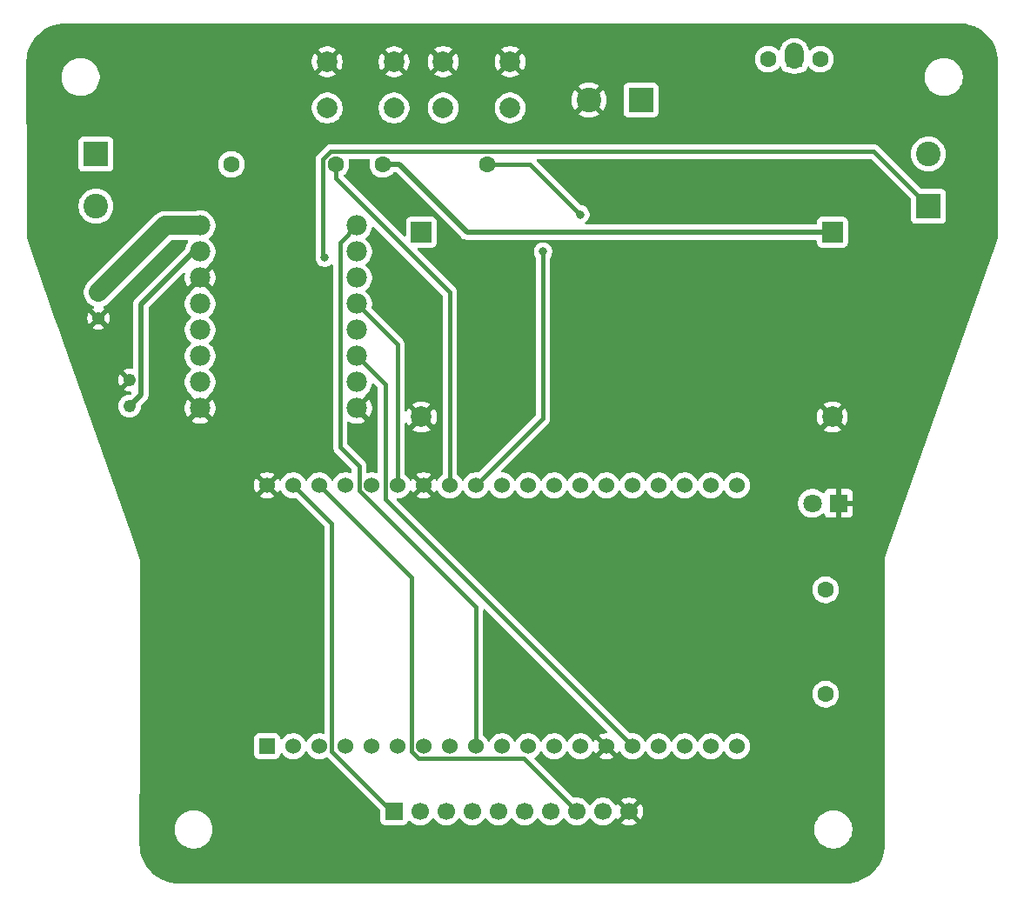
<source format=gbr>
%TF.GenerationSoftware,KiCad,Pcbnew,9.0.7*%
%TF.CreationDate,2026-02-14T18:41:00+05:30*%
%TF.ProjectId,Line_Follower,4c696e65-5f46-46f6-9c6c-6f7765722e6b,v1.0*%
%TF.SameCoordinates,Original*%
%TF.FileFunction,Copper,L2,Bot*%
%TF.FilePolarity,Positive*%
%FSLAX46Y46*%
G04 Gerber Fmt 4.6, Leading zero omitted, Abs format (unit mm)*
G04 Created by KiCad (PCBNEW 9.0.7) date 2026-02-14 18:41:00*
%MOMM*%
%LPD*%
G01*
G04 APERTURE LIST*
%TA.AperFunction,ComponentPad*%
%ADD10C,1.600000*%
%TD*%
%TA.AperFunction,ComponentPad*%
%ADD11R,1.500000X1.500000*%
%TD*%
%TA.AperFunction,ComponentPad*%
%ADD12R,2.400000X2.400000*%
%TD*%
%TA.AperFunction,ComponentPad*%
%ADD13C,2.400000*%
%TD*%
%TA.AperFunction,ComponentPad*%
%ADD14R,1.800000X1.800000*%
%TD*%
%TA.AperFunction,ComponentPad*%
%ADD15C,1.800000*%
%TD*%
%TA.AperFunction,ComponentPad*%
%ADD16R,2.000000X2.000000*%
%TD*%
%TA.AperFunction,ComponentPad*%
%ADD17C,2.000000*%
%TD*%
%TA.AperFunction,ComponentPad*%
%ADD18R,1.530000X1.530000*%
%TD*%
%TA.AperFunction,ComponentPad*%
%ADD19C,1.530000*%
%TD*%
%TA.AperFunction,ComponentPad*%
%ADD20C,1.210000*%
%TD*%
%TA.AperFunction,ComponentPad*%
%ADD21R,1.700000X1.700000*%
%TD*%
%TA.AperFunction,ComponentPad*%
%ADD22C,1.700000*%
%TD*%
%TA.AperFunction,ComponentPad*%
%ADD23C,1.980000*%
%TD*%
%TA.AperFunction,ViaPad*%
%ADD24C,0.800000*%
%TD*%
%TA.AperFunction,Conductor*%
%ADD25C,0.400000*%
%TD*%
%TA.AperFunction,Conductor*%
%ADD26C,0.500000*%
%TD*%
%TA.AperFunction,Conductor*%
%ADD27C,1.850000*%
%TD*%
G04 APERTURE END LIST*
D10*
%TO.P,R14,1*%
%TO.N,3V3*%
X118920000Y-44250000D03*
%TO.P,R14,2*%
%TO.N,MODE*%
X129080000Y-44250000D03*
%TD*%
D11*
%TO.P,SW1,1,A*%
%TO.N,VBAT+*%
X173710000Y-34000000D03*
D10*
%TO.P,SW1,2,B*%
%TO.N,Net-(J1-Pin_1)*%
X171170000Y-34000000D03*
%TO.P,SW1,3,C*%
%TO.N,unconnected-(SW1-C-Pad3)*%
X176250000Y-34000000D03*
%TD*%
D12*
%TO.P,J10,1,Pin_1*%
%TO.N,MB1*%
X186762500Y-48330000D03*
D13*
%TO.P,J10,2,Pin_2*%
%TO.N,MB2*%
X186762500Y-43250000D03*
%TD*%
D14*
%TO.P,D2,1,K*%
%TO.N,GND*%
X178000000Y-77250000D03*
D15*
%TO.P,D2,2,A*%
%TO.N,Net-(D2-A)*%
X175460000Y-77250000D03*
%TD*%
D12*
%TO.P,J9,1,Pin_1*%
%TO.N,MA1*%
X105750000Y-43250000D03*
D13*
%TO.P,J9,2,Pin_2*%
%TO.N,MA2*%
X105750000Y-48330000D03*
%TD*%
D16*
%TO.P,U2,1,IN+*%
%TO.N,VBAT+*%
X137411600Y-50840200D03*
D17*
%TO.P,U2,2,IN-*%
%TO.N,GND*%
X137411600Y-68840200D03*
%TO.P,U2,3,OUT-*%
X177411600Y-68840200D03*
D16*
%TO.P,U2,4,OUT+*%
%TO.N,3V3*%
X177411600Y-50840200D03*
%TD*%
D18*
%TO.P,U1,1,3V3*%
%TO.N,3V3*%
X122400000Y-100900000D03*
D19*
%TO.P,U1,2,EN*%
%TO.N,unconnected-(U1-EN-Pad2)*%
X124940000Y-100900000D03*
%TO.P,U1,3,SENSOR_VP*%
%TO.N,IR2*%
X127480000Y-100900000D03*
%TO.P,U1,4,SENSOR_VN*%
%TO.N,IR3*%
X130020000Y-100900000D03*
%TO.P,U1,5,IO34*%
%TO.N,IR4*%
X132560000Y-100900000D03*
%TO.P,U1,6,IO35*%
%TO.N,IR5*%
X135100000Y-100900000D03*
%TO.P,U1,7,IO32*%
%TO.N,IR6*%
X137640000Y-100900000D03*
%TO.P,U1,8,IO33*%
%TO.N,IR7*%
X140180000Y-100900000D03*
%TO.P,U1,9,IO25*%
%TO.N,PWMA*%
X142720000Y-100900000D03*
%TO.P,U1,10,IO26*%
%TO.N,PWMB*%
X145260000Y-100900000D03*
%TO.P,U1,11,IO27*%
%TO.N,BIN1*%
X147800000Y-100900000D03*
%TO.P,U1,12,IO14*%
%TO.N,unconnected-(U1-IO14-Pad12)*%
X150340000Y-100900000D03*
%TO.P,U1,13,IO12*%
%TO.N,unconnected-(U1-IO12-Pad13)*%
X152880000Y-100900000D03*
%TO.P,U1,14,GND1*%
%TO.N,GND*%
X155420000Y-100900000D03*
%TO.P,U1,15,IO13*%
%TO.N,BIN2*%
X157960000Y-100900000D03*
%TO.P,U1,16,SD2*%
%TO.N,unconnected-(U1-SD2-Pad16)*%
X160500000Y-100900000D03*
%TO.P,U1,17,SD3*%
%TO.N,unconnected-(U1-SD3-Pad17)*%
X163040000Y-100900000D03*
%TO.P,U1,18,CMD*%
%TO.N,unconnected-(U1-CMD-Pad18)*%
X165580000Y-100900000D03*
%TO.P,U1,19,EXT_5V*%
%TO.N,unconnected-(U1-EXT_5V-Pad19)*%
X168120000Y-100900000D03*
%TO.P,U1,20,CLK*%
%TO.N,unconnected-(U1-CLK-Pad20)*%
X168120000Y-75500000D03*
%TO.P,U1,21,SD0*%
%TO.N,unconnected-(U1-SD0-Pad21)*%
X165580000Y-75500000D03*
%TO.P,U1,22,SD1*%
%TO.N,unconnected-(U1-SD1-Pad22)*%
X163040000Y-75500000D03*
%TO.P,U1,23,IO15*%
%TO.N,unconnected-(U1-IO15-Pad23)*%
X160500000Y-75500000D03*
%TO.P,U1,24,IO2*%
%TO.N,unconnected-(U1-IO2-Pad24)*%
X157960000Y-75500000D03*
%TO.P,U1,25,IO0*%
%TO.N,unconnected-(U1-IO0-Pad25)*%
X155420000Y-75500000D03*
%TO.P,U1,26,IO4*%
%TO.N,unconnected-(U1-IO4-Pad26)*%
X152880000Y-75500000D03*
%TO.P,U1,27,IO16*%
%TO.N,AIN2*%
X150340000Y-75500000D03*
%TO.P,U1,28,IO17*%
%TO.N,AIN1*%
X147800000Y-75500000D03*
%TO.P,U1,29,IO5*%
%TO.N,unconnected-(U1-IO5-Pad29)*%
X145260000Y-75500000D03*
%TO.P,U1,30,IO18*%
%TO.N,CAL*%
X142720000Y-75500000D03*
%TO.P,U1,31,IO19*%
%TO.N,MODE*%
X140180000Y-75500000D03*
%TO.P,U1,32,GND2*%
%TO.N,GND*%
X137640000Y-75500000D03*
%TO.P,U1,33,IO21*%
%TO.N,STBY*%
X135100000Y-75500000D03*
%TO.P,U1,34,RXD0*%
%TO.N,unconnected-(U1-RXD0-Pad34)*%
X132560000Y-75500000D03*
%TO.P,U1,35,TXD0*%
%TO.N,unconnected-(U1-TXD0-Pad35)*%
X130020000Y-75500000D03*
%TO.P,U1,36,IO22*%
%TO.N,IR8*%
X127480000Y-75500000D03*
%TO.P,U1,37,IO23*%
%TO.N,IR1*%
X124940000Y-75500000D03*
%TO.P,U1,38,GND3*%
%TO.N,GND*%
X122400000Y-75500000D03*
%TD*%
D10*
%TO.P,R13,1*%
%TO.N,3V3*%
X133670000Y-44250000D03*
%TO.P,R13,2*%
%TO.N,CAL*%
X143830000Y-44250000D03*
%TD*%
D20*
%TO.P,C8,1*%
%TO.N,3V3*%
X109000000Y-67790000D03*
%TO.P,C8,2*%
%TO.N,GND*%
X109000000Y-65250000D03*
%TD*%
D21*
%TO.P,J11,1,Pin_1*%
%TO.N,IR1*%
X134760000Y-107250000D03*
D22*
%TO.P,J11,2,Pin_2*%
%TO.N,IR2*%
X137300000Y-107250000D03*
%TO.P,J11,3,Pin_3*%
%TO.N,IR3*%
X139840000Y-107250000D03*
%TO.P,J11,4,Pin_4*%
%TO.N,IR4*%
X142380000Y-107250000D03*
%TO.P,J11,5,Pin_5*%
%TO.N,IR5*%
X144920000Y-107250000D03*
%TO.P,J11,6,Pin_6*%
%TO.N,IR6*%
X147460000Y-107250000D03*
%TO.P,J11,7,Pin_7*%
%TO.N,IR7*%
X150000000Y-107250000D03*
%TO.P,J11,8,Pin_8*%
%TO.N,IR8*%
X152540000Y-107250000D03*
%TO.P,J11,9,Pin_9*%
%TO.N,3V3*%
X155080000Y-107250000D03*
%TO.P,J11,10,Pin_10*%
%TO.N,GND*%
X157620000Y-107250000D03*
%TD*%
D17*
%TO.P,SW3,1,1*%
%TO.N,GND*%
X128250000Y-34262500D03*
X134750000Y-34262500D03*
%TO.P,SW3,2,2*%
%TO.N,MODE*%
X128250000Y-38762500D03*
X134750000Y-38762500D03*
%TD*%
D23*
%TO.P,U3,1,VM*%
%TO.N,VBAT+*%
X115880000Y-50210000D03*
%TO.P,U3,2,VCC*%
%TO.N,3V3*%
X115880000Y-52750000D03*
%TO.P,U3,3,GND*%
%TO.N,GND*%
X115880000Y-55290000D03*
%TO.P,U3,4,A01*%
%TO.N,MA1*%
X115880000Y-57830000D03*
%TO.P,U3,5,A02*%
%TO.N,MA2*%
X115880000Y-60370000D03*
%TO.P,U3,6,B02*%
%TO.N,MB2*%
X115880000Y-62910000D03*
%TO.P,U3,7,B01*%
%TO.N,MB1*%
X115880000Y-65450000D03*
%TO.P,U3,8,GND*%
%TO.N,GND*%
X115880000Y-67990000D03*
%TO.P,U3,9,GND*%
X131120000Y-67990000D03*
%TO.P,U3,10,PWMB*%
%TO.N,PWMB*%
X131120000Y-65450000D03*
%TO.P,U3,11,BI2*%
%TO.N,BIN2*%
X131120000Y-62910000D03*
%TO.P,U3,12,BI1*%
%TO.N,BIN1*%
X131120000Y-60370000D03*
%TO.P,U3,13,STBY*%
%TO.N,STBY*%
X131120000Y-57830000D03*
%TO.P,U3,14,AI1*%
%TO.N,AIN1*%
X131120000Y-55290000D03*
%TO.P,U3,15,AI2*%
%TO.N,AIN2*%
X131120000Y-52750000D03*
%TO.P,U3,16,PWMA*%
%TO.N,PWMA*%
X131120000Y-50210000D03*
%TD*%
D10*
%TO.P,R2,1*%
%TO.N,3V3*%
X176750000Y-95830000D03*
%TO.P,R2,2*%
%TO.N,Net-(D2-A)*%
X176750000Y-85670000D03*
%TD*%
D12*
%TO.P,J1,1,Pin_1*%
%TO.N,Net-(J1-Pin_1)*%
X158790000Y-37987500D03*
D13*
%TO.P,J1,2,Pin_2*%
%TO.N,GND*%
X153710000Y-37987500D03*
%TD*%
D17*
%TO.P,SW6,1,1*%
%TO.N,GND*%
X139540000Y-34250000D03*
X146040000Y-34250000D03*
%TO.P,SW6,2,2*%
%TO.N,CAL*%
X139540000Y-38750000D03*
X146040000Y-38750000D03*
%TD*%
D20*
%TO.P,C5,1*%
%TO.N,VBAT+*%
X106000000Y-56710000D03*
%TO.P,C5,2*%
%TO.N,GND*%
X106000000Y-59250000D03*
%TD*%
D24*
%TO.N,MB1*%
X128000000Y-53330000D03*
%TO.N,CAL*%
X152875000Y-49125000D03*
X149250000Y-52750000D03*
%TD*%
D25*
%TO.N,MB1*%
X127829000Y-53159000D02*
X127829000Y-43731818D01*
X128000000Y-53330000D02*
X127829000Y-53159000D01*
X181431500Y-42999000D02*
X186762500Y-48330000D01*
X128561818Y-42999000D02*
X181431500Y-42999000D01*
X127829000Y-43731818D02*
X128561818Y-42999000D01*
%TO.N,IR1*%
X128696000Y-79256000D02*
X124940000Y-75500000D01*
X134760000Y-107250000D02*
X134542316Y-107250000D01*
X128696000Y-101403684D02*
X128696000Y-79256000D01*
X134542316Y-107250000D02*
X128696000Y-101403684D01*
%TO.N,IR8*%
X147406000Y-102116000D02*
X137136316Y-102116000D01*
X136424000Y-101403684D02*
X136424000Y-84444000D01*
X152540000Y-107250000D02*
X147406000Y-102116000D01*
X137136316Y-102116000D02*
X136424000Y-101403684D01*
X136424000Y-84444000D02*
X127480000Y-75500000D01*
D26*
%TO.N,3V3*%
X109000000Y-67790000D02*
X110106000Y-66684000D01*
X135250000Y-44250000D02*
X133670000Y-44250000D01*
X110106000Y-57894000D02*
X115250000Y-52750000D01*
X177411600Y-50840200D02*
X141840200Y-50840200D01*
X141840200Y-50840200D02*
X135250000Y-44250000D01*
X115250000Y-52750000D02*
X115880000Y-52750000D01*
X110106000Y-66684000D02*
X110106000Y-57894000D01*
D25*
%TO.N,CAL*%
X148000000Y-44250000D02*
X143830000Y-44250000D01*
X149250000Y-68970000D02*
X142720000Y-75500000D01*
X152875000Y-49125000D02*
X148000000Y-44250000D01*
X149250000Y-52750000D02*
X149250000Y-68970000D01*
%TO.N,MODE*%
X140180000Y-75500000D02*
X140180000Y-56680000D01*
X129080000Y-45580000D02*
X129080000Y-44250000D01*
X140180000Y-56680000D02*
X129080000Y-45580000D01*
D27*
%TO.N,VBAT+*%
X106000000Y-56710000D02*
X112500000Y-50210000D01*
X173710000Y-34000000D02*
X173710000Y-33356600D01*
X112500000Y-50210000D02*
X115880000Y-50210000D01*
D25*
%TO.N,STBY*%
X135100000Y-61810000D02*
X131120000Y-57830000D01*
X135100000Y-75500000D02*
X135100000Y-61810000D01*
%TO.N,PWMA*%
X131344000Y-73594000D02*
X129500000Y-71750000D01*
X131344000Y-76003684D02*
X131344000Y-73594000D01*
X129500000Y-51830000D02*
X131120000Y-50210000D01*
X129500000Y-71750000D02*
X129500000Y-51830000D01*
X142720000Y-100900000D02*
X142720000Y-87379684D01*
X142720000Y-87379684D02*
X131344000Y-76003684D01*
%TO.N,BIN2*%
X133884000Y-76824000D02*
X133884000Y-65674000D01*
X133884000Y-65674000D02*
X131120000Y-62910000D01*
X157960000Y-100900000D02*
X133884000Y-76824000D01*
%TD*%
%TA.AperFunction,Conductor*%
%TO.N,GND*%
G36*
X143625703Y-87556806D02*
G01*
X143632181Y-87562838D01*
X155492662Y-99423319D01*
X155526147Y-99484642D01*
X155521163Y-99554334D01*
X155479291Y-99610267D01*
X155413827Y-99634684D01*
X155404981Y-99635000D01*
X155320437Y-99635000D01*
X155123777Y-99666147D01*
X154934405Y-99727679D01*
X154756990Y-99818077D01*
X154719135Y-99845580D01*
X154719135Y-99845581D01*
X155282425Y-100408871D01*
X155223147Y-100424755D01*
X155106853Y-100491898D01*
X155011898Y-100586853D01*
X154944755Y-100703147D01*
X154928871Y-100762425D01*
X154365581Y-100199135D01*
X154365580Y-100199135D01*
X154338075Y-100236993D01*
X154260764Y-100388723D01*
X154212790Y-100439518D01*
X154144969Y-100456313D01*
X154078834Y-100433775D01*
X154039795Y-100388722D01*
X154008299Y-100326909D01*
X153962353Y-100236734D01*
X153845269Y-100075582D01*
X153704418Y-99934731D01*
X153543266Y-99817647D01*
X153464379Y-99777452D01*
X153365780Y-99727213D01*
X153176342Y-99665661D01*
X153028782Y-99642290D01*
X152979597Y-99634500D01*
X152780403Y-99634500D01*
X152714822Y-99644887D01*
X152583659Y-99665661D01*
X152583656Y-99665661D01*
X152394219Y-99727213D01*
X152216733Y-99817647D01*
X152178286Y-99845581D01*
X152055582Y-99934731D01*
X152055580Y-99934733D01*
X152055579Y-99934733D01*
X151914733Y-100075579D01*
X151914733Y-100075580D01*
X151914731Y-100075582D01*
X151882772Y-100119570D01*
X151797647Y-100236733D01*
X151720485Y-100388172D01*
X151672510Y-100438968D01*
X151604689Y-100455763D01*
X151538554Y-100433225D01*
X151499515Y-100388172D01*
X151457877Y-100306453D01*
X151422353Y-100236734D01*
X151305269Y-100075582D01*
X151164418Y-99934731D01*
X151003266Y-99817647D01*
X150924379Y-99777452D01*
X150825780Y-99727213D01*
X150636342Y-99665661D01*
X150488782Y-99642290D01*
X150439597Y-99634500D01*
X150240403Y-99634500D01*
X150174822Y-99644887D01*
X150043659Y-99665661D01*
X150043656Y-99665661D01*
X149854219Y-99727213D01*
X149676733Y-99817647D01*
X149638286Y-99845581D01*
X149515582Y-99934731D01*
X149515580Y-99934733D01*
X149515579Y-99934733D01*
X149374733Y-100075579D01*
X149374733Y-100075580D01*
X149374731Y-100075582D01*
X149342772Y-100119570D01*
X149257647Y-100236733D01*
X149180485Y-100388172D01*
X149132510Y-100438968D01*
X149064689Y-100455763D01*
X148998554Y-100433225D01*
X148959515Y-100388172D01*
X148917877Y-100306453D01*
X148882353Y-100236734D01*
X148765269Y-100075582D01*
X148624418Y-99934731D01*
X148463266Y-99817647D01*
X148384379Y-99777452D01*
X148285780Y-99727213D01*
X148096342Y-99665661D01*
X147948782Y-99642290D01*
X147899597Y-99634500D01*
X147700403Y-99634500D01*
X147634822Y-99644887D01*
X147503659Y-99665661D01*
X147503656Y-99665661D01*
X147314219Y-99727213D01*
X147136733Y-99817647D01*
X147098286Y-99845581D01*
X146975582Y-99934731D01*
X146975580Y-99934733D01*
X146975579Y-99934733D01*
X146834733Y-100075579D01*
X146834733Y-100075580D01*
X146834731Y-100075582D01*
X146802772Y-100119570D01*
X146717647Y-100236733D01*
X146640485Y-100388172D01*
X146592510Y-100438968D01*
X146524689Y-100455763D01*
X146458554Y-100433225D01*
X146419515Y-100388172D01*
X146377877Y-100306453D01*
X146342353Y-100236734D01*
X146225269Y-100075582D01*
X146084418Y-99934731D01*
X145923266Y-99817647D01*
X145844379Y-99777452D01*
X145745780Y-99727213D01*
X145556342Y-99665661D01*
X145408782Y-99642290D01*
X145359597Y-99634500D01*
X145160403Y-99634500D01*
X145094822Y-99644887D01*
X144963659Y-99665661D01*
X144963656Y-99665661D01*
X144774219Y-99727213D01*
X144596733Y-99817647D01*
X144558286Y-99845581D01*
X144435582Y-99934731D01*
X144435580Y-99934733D01*
X144435579Y-99934733D01*
X144294733Y-100075579D01*
X144294733Y-100075580D01*
X144294731Y-100075582D01*
X144262772Y-100119570D01*
X144177647Y-100236733D01*
X144100485Y-100388172D01*
X144052510Y-100438968D01*
X143984689Y-100455763D01*
X143918554Y-100433225D01*
X143879515Y-100388172D01*
X143837877Y-100306453D01*
X143802353Y-100236734D01*
X143685269Y-100075582D01*
X143544418Y-99934731D01*
X143544417Y-99934730D01*
X143471613Y-99881834D01*
X143428948Y-99826504D01*
X143420500Y-99781517D01*
X143420500Y-87650519D01*
X143440185Y-87583480D01*
X143492989Y-87537725D01*
X143562147Y-87527781D01*
X143625703Y-87556806D01*
G37*
%TD.AperFunction*%
%TA.AperFunction,Conductor*%
G36*
X132762453Y-50273376D02*
G01*
X132813504Y-50304161D01*
X139443181Y-56933838D01*
X139476666Y-56995161D01*
X139479500Y-57021519D01*
X139479500Y-74381517D01*
X139459815Y-74448556D01*
X139428387Y-74481834D01*
X139355582Y-74534730D01*
X139214733Y-74675579D01*
X139214733Y-74675580D01*
X139214731Y-74675582D01*
X139179555Y-74723997D01*
X139097645Y-74836735D01*
X139020203Y-74988723D01*
X138972229Y-75039518D01*
X138904408Y-75056313D01*
X138838273Y-75033775D01*
X138799234Y-74988722D01*
X138721924Y-74836994D01*
X138694417Y-74799135D01*
X138694417Y-74799134D01*
X138131128Y-75362424D01*
X138115245Y-75303147D01*
X138048102Y-75186853D01*
X137953147Y-75091898D01*
X137836853Y-75024755D01*
X137777574Y-75008871D01*
X138340864Y-74445581D01*
X138340863Y-74445580D01*
X138303008Y-74418077D01*
X138125594Y-74327679D01*
X137936222Y-74266147D01*
X137739563Y-74235000D01*
X137540437Y-74235000D01*
X137343777Y-74266147D01*
X137154405Y-74327679D01*
X136976990Y-74418077D01*
X136939135Y-74445580D01*
X136939135Y-74445581D01*
X137502425Y-75008871D01*
X137443147Y-75024755D01*
X137326853Y-75091898D01*
X137231898Y-75186853D01*
X137164755Y-75303147D01*
X137148871Y-75362425D01*
X136585581Y-74799135D01*
X136585580Y-74799135D01*
X136558075Y-74836993D01*
X136480764Y-74988723D01*
X136432790Y-75039518D01*
X136364969Y-75056313D01*
X136298834Y-75033775D01*
X136259795Y-74988722D01*
X136182485Y-74836994D01*
X136182353Y-74836734D01*
X136065269Y-74675582D01*
X135924418Y-74534731D01*
X135848253Y-74479394D01*
X135845047Y-74476718D01*
X135827844Y-74451009D01*
X135808948Y-74426504D01*
X135807973Y-74421313D01*
X135806191Y-74418650D01*
X135806050Y-74411074D01*
X135800500Y-74381517D01*
X135800500Y-69498768D01*
X135820185Y-69431729D01*
X135872989Y-69385974D01*
X135942147Y-69376030D01*
X136005703Y-69405055D01*
X136034985Y-69442473D01*
X136128687Y-69626375D01*
X136188938Y-69709304D01*
X136188940Y-69709305D01*
X136887812Y-69010433D01*
X136899082Y-69052492D01*
X136971490Y-69177908D01*
X137073892Y-69280310D01*
X137199308Y-69352718D01*
X137241365Y-69363987D01*
X136542493Y-70062858D01*
X136625428Y-70123114D01*
X136835797Y-70230302D01*
X137060352Y-70303265D01*
X137060351Y-70303265D01*
X137293548Y-70340200D01*
X137529652Y-70340200D01*
X137762847Y-70303265D01*
X137987402Y-70230302D01*
X138197763Y-70123118D01*
X138197769Y-70123114D01*
X138280704Y-70062858D01*
X138280705Y-70062858D01*
X137581833Y-69363987D01*
X137623892Y-69352718D01*
X137749308Y-69280310D01*
X137851710Y-69177908D01*
X137924118Y-69052492D01*
X137935387Y-69010434D01*
X138634258Y-69709305D01*
X138634258Y-69709304D01*
X138694514Y-69626369D01*
X138694518Y-69626363D01*
X138801702Y-69416002D01*
X138874665Y-69191447D01*
X138911600Y-68958252D01*
X138911600Y-68722147D01*
X138874665Y-68488952D01*
X138801702Y-68264397D01*
X138694514Y-68054028D01*
X138634258Y-67971094D01*
X138634258Y-67971093D01*
X137935387Y-68669965D01*
X137924118Y-68627908D01*
X137851710Y-68502492D01*
X137749308Y-68400090D01*
X137623892Y-68327682D01*
X137581834Y-68316412D01*
X138280705Y-67617540D01*
X138280704Y-67617538D01*
X138197774Y-67557287D01*
X137987402Y-67450097D01*
X137762847Y-67377134D01*
X137762848Y-67377134D01*
X137529652Y-67340200D01*
X137293548Y-67340200D01*
X137060352Y-67377134D01*
X136835797Y-67450097D01*
X136625430Y-67557284D01*
X136542494Y-67617540D01*
X137241366Y-68316412D01*
X137199308Y-68327682D01*
X137073892Y-68400090D01*
X136971490Y-68502492D01*
X136899082Y-68627908D01*
X136887812Y-68669966D01*
X136188940Y-67971094D01*
X136128684Y-68054030D01*
X136034985Y-68237926D01*
X135987010Y-68288722D01*
X135919189Y-68305517D01*
X135853054Y-68282980D01*
X135809603Y-68228264D01*
X135800500Y-68181631D01*
X135800500Y-61741004D01*
X135773581Y-61605677D01*
X135773580Y-61605676D01*
X135773580Y-61605672D01*
X135773578Y-61605667D01*
X135720778Y-61478195D01*
X135720773Y-61478186D01*
X135706084Y-61456203D01*
X135706083Y-61456201D01*
X135644112Y-61363454D01*
X135644109Y-61363451D01*
X132599544Y-58318887D01*
X132566059Y-58257564D01*
X132569294Y-58192888D01*
X132573799Y-58179026D01*
X132610500Y-57947305D01*
X132610500Y-57712695D01*
X132573799Y-57480974D01*
X132501301Y-57257847D01*
X132394790Y-57048808D01*
X132311260Y-56933838D01*
X132256895Y-56859010D01*
X132256891Y-56859005D01*
X132090992Y-56693106D01*
X132045863Y-56660319D01*
X132003196Y-56604989D01*
X131997216Y-56535376D01*
X132029822Y-56473581D01*
X132045863Y-56459681D01*
X132090992Y-56426893D01*
X132090992Y-56426892D01*
X132090996Y-56426890D01*
X132256890Y-56260996D01*
X132394790Y-56071192D01*
X132501301Y-55862153D01*
X132573799Y-55639026D01*
X132610500Y-55407305D01*
X132610500Y-55172695D01*
X132573799Y-54940974D01*
X132501301Y-54717847D01*
X132394790Y-54508808D01*
X132377171Y-54484558D01*
X132256895Y-54319010D01*
X132256891Y-54319005D01*
X132090992Y-54153106D01*
X132045863Y-54120319D01*
X132003196Y-54064989D01*
X131997216Y-53995376D01*
X132029822Y-53933581D01*
X132045863Y-53919681D01*
X132090992Y-53886893D01*
X132090992Y-53886892D01*
X132090996Y-53886890D01*
X132256890Y-53720996D01*
X132394790Y-53531192D01*
X132501301Y-53322153D01*
X132573799Y-53099026D01*
X132610500Y-52867305D01*
X132610500Y-52632695D01*
X132573799Y-52400974D01*
X132501301Y-52177847D01*
X132394790Y-51968808D01*
X132336132Y-51888072D01*
X132256895Y-51779010D01*
X132256891Y-51779005D01*
X132090992Y-51613106D01*
X132045863Y-51580319D01*
X132003196Y-51524989D01*
X131997216Y-51455376D01*
X132029822Y-51393581D01*
X132045863Y-51379681D01*
X132090992Y-51346893D01*
X132090992Y-51346892D01*
X132090996Y-51346890D01*
X132256890Y-51180996D01*
X132394790Y-50991192D01*
X132501301Y-50782153D01*
X132573799Y-50559026D01*
X132603350Y-50372443D01*
X132633279Y-50309310D01*
X132692590Y-50272378D01*
X132762453Y-50273376D01*
G37*
%TD.AperFunction*%
%TA.AperFunction,Conductor*%
G36*
X132755617Y-65556540D02*
G01*
X132806668Y-65587325D01*
X133147181Y-65927838D01*
X133180666Y-65989161D01*
X133183500Y-66015519D01*
X133183500Y-74201289D01*
X133163815Y-74268328D01*
X133111011Y-74314083D01*
X133041853Y-74324027D01*
X133021183Y-74319220D01*
X132856347Y-74265662D01*
X132856340Y-74265661D01*
X132740223Y-74247270D01*
X132659597Y-74234500D01*
X132460403Y-74234500D01*
X132394822Y-74244887D01*
X132263659Y-74265661D01*
X132263652Y-74265662D01*
X132206817Y-74284129D01*
X132136976Y-74286124D01*
X132077143Y-74250043D01*
X132046316Y-74187341D01*
X132044500Y-74166198D01*
X132044500Y-73525004D01*
X132017581Y-73389677D01*
X132017580Y-73389676D01*
X132017580Y-73389672D01*
X132017578Y-73389667D01*
X131964777Y-73262192D01*
X131888112Y-73147454D01*
X130236819Y-71496161D01*
X130203334Y-71434838D01*
X130200500Y-71408480D01*
X130200500Y-69396106D01*
X130220185Y-69329067D01*
X130272989Y-69283312D01*
X130342147Y-69273368D01*
X130380795Y-69285621D01*
X130548034Y-69370835D01*
X130771090Y-69443310D01*
X131002735Y-69480000D01*
X131237265Y-69480000D01*
X131468909Y-69443310D01*
X131691965Y-69370835D01*
X131900930Y-69264361D01*
X131981945Y-69205499D01*
X131981946Y-69205499D01*
X131375142Y-68598695D01*
X131432627Y-68574884D01*
X131540725Y-68502655D01*
X131632655Y-68410725D01*
X131704884Y-68302627D01*
X131728695Y-68245142D01*
X132335499Y-68851946D01*
X132335499Y-68851945D01*
X132394361Y-68770930D01*
X132500835Y-68561965D01*
X132573310Y-68338909D01*
X132610000Y-68107265D01*
X132610000Y-67872734D01*
X132573310Y-67641090D01*
X132500835Y-67418034D01*
X132394359Y-67209066D01*
X132335500Y-67128053D01*
X132335499Y-67128052D01*
X131728694Y-67734857D01*
X131704884Y-67677373D01*
X131632655Y-67569275D01*
X131540725Y-67477345D01*
X131432627Y-67405116D01*
X131375139Y-67381304D01*
X131981945Y-66774499D01*
X131979325Y-66741211D01*
X131993689Y-66672834D01*
X132030056Y-66631164D01*
X132090996Y-66586890D01*
X132256890Y-66420996D01*
X132394790Y-66231192D01*
X132501301Y-66022153D01*
X132573799Y-65799026D01*
X132596514Y-65655607D01*
X132626443Y-65592474D01*
X132685754Y-65555542D01*
X132755617Y-65556540D01*
G37*
%TD.AperFunction*%
%TA.AperFunction,Conductor*%
G36*
X189753019Y-30501551D02*
G01*
X190113383Y-30519255D01*
X190125483Y-30520447D01*
X190479344Y-30572937D01*
X190491254Y-30575306D01*
X190838290Y-30662235D01*
X190849903Y-30665759D01*
X191186739Y-30786282D01*
X191197958Y-30790929D01*
X191521345Y-30943882D01*
X191532064Y-30949610D01*
X191838909Y-31133528D01*
X191849015Y-31140281D01*
X192136347Y-31353383D01*
X192145741Y-31361093D01*
X192410808Y-31601339D01*
X192419398Y-31609929D01*
X192505761Y-31705217D01*
X192659635Y-31874994D01*
X192667354Y-31884400D01*
X192880443Y-32171722D01*
X192887204Y-32181840D01*
X193055894Y-32463289D01*
X193071110Y-32488675D01*
X193076846Y-32499407D01*
X193229786Y-32822781D01*
X193234443Y-32834024D01*
X193354953Y-33170840D01*
X193358485Y-33182485D01*
X193445399Y-33529483D01*
X193447773Y-33541418D01*
X193500257Y-33895265D01*
X193501450Y-33907375D01*
X193508465Y-34050208D01*
X193517106Y-34226148D01*
X193519201Y-34268792D01*
X193519350Y-34275018D01*
X193499622Y-51393091D01*
X193492587Y-51434120D01*
X182547107Y-82529234D01*
X182543293Y-82540070D01*
X182533539Y-82556980D01*
X182521493Y-82601999D01*
X182519906Y-82606509D01*
X182506016Y-82645969D01*
X182506015Y-82645977D01*
X182505400Y-82653979D01*
X182504521Y-82665433D01*
X182499477Y-82684286D01*
X182499492Y-82730880D01*
X182499127Y-82735644D01*
X182495923Y-82777367D01*
X182495923Y-82777373D01*
X182497402Y-82785268D01*
X182499521Y-82808050D01*
X182509342Y-110358345D01*
X182509342Y-110358355D01*
X182509344Y-110367170D01*
X182509116Y-110368038D01*
X182509361Y-110431032D01*
X182509362Y-110431314D01*
X182509350Y-110431351D01*
X182509235Y-110436963D01*
X182492717Y-110801364D01*
X182491566Y-110813508D01*
X182439762Y-111171487D01*
X182437423Y-111183460D01*
X182350695Y-111534614D01*
X182347191Y-111546299D01*
X182226375Y-111887240D01*
X182221739Y-111898524D01*
X182068015Y-112225925D01*
X182062294Y-112236699D01*
X181877134Y-112547428D01*
X181870381Y-112557588D01*
X181655591Y-112848611D01*
X181647873Y-112858058D01*
X181405523Y-113126569D01*
X181396914Y-113135212D01*
X181129351Y-113378614D01*
X181119934Y-113386369D01*
X180829752Y-113602299D01*
X180819619Y-113609091D01*
X180509625Y-113795463D01*
X180498873Y-113801227D01*
X180172065Y-113956237D01*
X180160806Y-113960914D01*
X179894336Y-114056517D01*
X179820342Y-114083065D01*
X179808670Y-114086614D01*
X179457861Y-114174716D01*
X179445898Y-114177102D01*
X179088127Y-114230308D01*
X179075987Y-114231507D01*
X178713732Y-114249350D01*
X178707632Y-114249500D01*
X113794436Y-114249500D01*
X113788351Y-114249351D01*
X113424934Y-114231495D01*
X113412824Y-114230302D01*
X113055937Y-114177362D01*
X113044002Y-114174988D01*
X112694010Y-114087319D01*
X112682366Y-114083786D01*
X112342676Y-113962243D01*
X112331433Y-113957587D01*
X112005263Y-113803320D01*
X111994536Y-113797585D01*
X111685075Y-113612102D01*
X111674957Y-113605342D01*
X111385154Y-113390409D01*
X111375748Y-113382689D01*
X111108418Y-113140397D01*
X111099820Y-113131800D01*
X110857500Y-112864442D01*
X110849801Y-112855059D01*
X110634867Y-112565257D01*
X110628110Y-112555145D01*
X110626628Y-112552673D01*
X110442615Y-112245668D01*
X110436883Y-112234942D01*
X110282619Y-111908782D01*
X110277971Y-111897562D01*
X110156414Y-111557838D01*
X110152887Y-111546213D01*
X110065214Y-111196211D01*
X110062841Y-111184281D01*
X110044265Y-111059062D01*
X110009898Y-110827389D01*
X110008705Y-110815278D01*
X109990873Y-110452358D01*
X109990724Y-110446229D01*
X109990730Y-110430846D01*
X109991192Y-109121288D01*
X109991278Y-108878711D01*
X113399500Y-108878711D01*
X113399500Y-109121288D01*
X113431161Y-109361785D01*
X113493947Y-109596104D01*
X113586773Y-109820205D01*
X113586776Y-109820212D01*
X113708064Y-110030289D01*
X113708066Y-110030292D01*
X113708067Y-110030293D01*
X113855733Y-110222736D01*
X113855739Y-110222743D01*
X114027256Y-110394260D01*
X114027263Y-110394266D01*
X114079034Y-110433991D01*
X114219711Y-110541936D01*
X114429788Y-110663224D01*
X114653900Y-110756054D01*
X114888211Y-110818838D01*
X115068586Y-110842584D01*
X115128711Y-110850500D01*
X115128712Y-110850500D01*
X115371289Y-110850500D01*
X115419388Y-110844167D01*
X115611789Y-110818838D01*
X115846100Y-110756054D01*
X116070212Y-110663224D01*
X116280289Y-110541936D01*
X116472738Y-110394265D01*
X116644265Y-110222738D01*
X116791936Y-110030289D01*
X116913224Y-109820212D01*
X117006054Y-109596100D01*
X117068838Y-109361789D01*
X117100500Y-109121288D01*
X117100500Y-108878712D01*
X117100500Y-108878711D01*
X175649500Y-108878711D01*
X175649500Y-109121288D01*
X175681161Y-109361785D01*
X175743947Y-109596104D01*
X175836773Y-109820205D01*
X175836776Y-109820212D01*
X175958064Y-110030289D01*
X175958066Y-110030292D01*
X175958067Y-110030293D01*
X176105733Y-110222736D01*
X176105739Y-110222743D01*
X176277256Y-110394260D01*
X176277263Y-110394266D01*
X176329034Y-110433991D01*
X176469711Y-110541936D01*
X176679788Y-110663224D01*
X176903900Y-110756054D01*
X177138211Y-110818838D01*
X177318586Y-110842584D01*
X177378711Y-110850500D01*
X177378712Y-110850500D01*
X177621289Y-110850500D01*
X177669388Y-110844167D01*
X177861789Y-110818838D01*
X178096100Y-110756054D01*
X178320212Y-110663224D01*
X178530289Y-110541936D01*
X178722738Y-110394265D01*
X178894265Y-110222738D01*
X179041936Y-110030289D01*
X179163224Y-109820212D01*
X179256054Y-109596100D01*
X179318838Y-109361789D01*
X179350500Y-109121288D01*
X179350500Y-108878712D01*
X179318838Y-108638211D01*
X179256054Y-108403900D01*
X179163224Y-108179788D01*
X179041936Y-107969711D01*
X178894265Y-107777262D01*
X178894260Y-107777256D01*
X178722743Y-107605739D01*
X178722736Y-107605733D01*
X178530293Y-107458067D01*
X178530292Y-107458066D01*
X178530289Y-107458064D01*
X178320212Y-107336776D01*
X178320205Y-107336773D01*
X178096104Y-107243947D01*
X177861785Y-107181161D01*
X177621289Y-107149500D01*
X177621288Y-107149500D01*
X177378712Y-107149500D01*
X177378711Y-107149500D01*
X177138214Y-107181161D01*
X176903895Y-107243947D01*
X176679794Y-107336773D01*
X176679785Y-107336777D01*
X176469706Y-107458067D01*
X176277263Y-107605733D01*
X176277256Y-107605739D01*
X176105739Y-107777256D01*
X176105733Y-107777263D01*
X175958067Y-107969706D01*
X175836777Y-108179785D01*
X175836773Y-108179794D01*
X175743947Y-108403895D01*
X175681161Y-108638214D01*
X175649500Y-108878711D01*
X117100500Y-108878711D01*
X117068838Y-108638211D01*
X117006054Y-108403900D01*
X116913224Y-108179788D01*
X116791936Y-107969711D01*
X116644265Y-107777262D01*
X116644260Y-107777256D01*
X116472743Y-107605739D01*
X116472736Y-107605733D01*
X116280293Y-107458067D01*
X116280292Y-107458066D01*
X116280289Y-107458064D01*
X116070212Y-107336776D01*
X116070205Y-107336773D01*
X115846104Y-107243947D01*
X115611785Y-107181161D01*
X115371289Y-107149500D01*
X115371288Y-107149500D01*
X115128712Y-107149500D01*
X115128711Y-107149500D01*
X114888214Y-107181161D01*
X114653895Y-107243947D01*
X114429794Y-107336773D01*
X114429785Y-107336777D01*
X114219706Y-107458067D01*
X114027263Y-107605733D01*
X114027256Y-107605739D01*
X113855739Y-107777256D01*
X113855733Y-107777263D01*
X113708067Y-107969706D01*
X113586777Y-108179785D01*
X113586773Y-108179794D01*
X113493947Y-108403895D01*
X113431161Y-108638214D01*
X113399500Y-108878711D01*
X109991278Y-108878711D01*
X109991279Y-108874609D01*
X109993619Y-102244107D01*
X109994380Y-100087135D01*
X121134500Y-100087135D01*
X121134500Y-101712870D01*
X121134501Y-101712876D01*
X121140908Y-101772483D01*
X121191202Y-101907328D01*
X121191206Y-101907335D01*
X121277452Y-102022544D01*
X121277455Y-102022547D01*
X121392664Y-102108793D01*
X121392671Y-102108797D01*
X121527517Y-102159091D01*
X121527516Y-102159091D01*
X121534444Y-102159835D01*
X121587127Y-102165500D01*
X123212872Y-102165499D01*
X123272483Y-102159091D01*
X123407331Y-102108796D01*
X123522546Y-102022546D01*
X123608796Y-101907331D01*
X123659091Y-101772483D01*
X123665500Y-101712873D01*
X123665499Y-101680430D01*
X123685182Y-101613394D01*
X123737984Y-101567638D01*
X123807143Y-101557693D01*
X123870699Y-101586716D01*
X123889817Y-101607545D01*
X123894067Y-101613394D01*
X123974731Y-101724418D01*
X124115582Y-101865269D01*
X124276734Y-101982353D01*
X124401533Y-102045941D01*
X124454219Y-102072786D01*
X124643657Y-102134338D01*
X124643658Y-102134338D01*
X124643661Y-102134339D01*
X124840403Y-102165500D01*
X124840404Y-102165500D01*
X125039596Y-102165500D01*
X125039597Y-102165500D01*
X125236339Y-102134339D01*
X125236342Y-102134338D01*
X125236343Y-102134338D01*
X125425780Y-102072786D01*
X125425780Y-102072785D01*
X125425783Y-102072785D01*
X125603266Y-101982353D01*
X125764418Y-101865269D01*
X125905269Y-101724418D01*
X126022353Y-101563266D01*
X126099515Y-101411827D01*
X126147490Y-101361031D01*
X126215311Y-101344236D01*
X126281446Y-101366773D01*
X126320485Y-101411827D01*
X126394807Y-101557693D01*
X126397647Y-101563266D01*
X126514731Y-101724418D01*
X126655582Y-101865269D01*
X126816734Y-101982353D01*
X126941533Y-102045941D01*
X126994219Y-102072786D01*
X127183657Y-102134338D01*
X127183658Y-102134338D01*
X127183661Y-102134339D01*
X127380403Y-102165500D01*
X127380404Y-102165500D01*
X127579596Y-102165500D01*
X127579597Y-102165500D01*
X127776339Y-102134339D01*
X127776342Y-102134338D01*
X127776343Y-102134338D01*
X127965780Y-102072786D01*
X127965780Y-102072785D01*
X127965783Y-102072785D01*
X128143266Y-101982353D01*
X128143272Y-101982348D01*
X128147177Y-101979956D01*
X128214621Y-101961706D01*
X128281225Y-101982817D01*
X128299656Y-101997997D01*
X133373181Y-107071521D01*
X133406666Y-107132844D01*
X133409500Y-107159202D01*
X133409500Y-108147870D01*
X133409501Y-108147876D01*
X133415908Y-108207483D01*
X133466202Y-108342328D01*
X133466206Y-108342335D01*
X133552452Y-108457544D01*
X133552455Y-108457547D01*
X133667664Y-108543793D01*
X133667671Y-108543797D01*
X133802517Y-108594091D01*
X133802516Y-108594091D01*
X133809444Y-108594835D01*
X133862127Y-108600500D01*
X135657872Y-108600499D01*
X135717483Y-108594091D01*
X135852331Y-108543796D01*
X135967546Y-108457546D01*
X136053796Y-108342331D01*
X136102810Y-108210916D01*
X136144681Y-108154984D01*
X136210145Y-108130566D01*
X136278418Y-108145417D01*
X136306673Y-108166569D01*
X136420213Y-108280109D01*
X136592179Y-108405048D01*
X136592181Y-108405049D01*
X136592184Y-108405051D01*
X136781588Y-108501557D01*
X136983757Y-108567246D01*
X137193713Y-108600500D01*
X137193714Y-108600500D01*
X137406286Y-108600500D01*
X137406287Y-108600500D01*
X137616243Y-108567246D01*
X137818412Y-108501557D01*
X138007816Y-108405051D01*
X138094138Y-108342335D01*
X138179786Y-108280109D01*
X138179788Y-108280106D01*
X138179792Y-108280104D01*
X138330104Y-108129792D01*
X138330106Y-108129788D01*
X138330109Y-108129786D01*
X138455048Y-107957820D01*
X138455047Y-107957820D01*
X138455051Y-107957816D01*
X138459514Y-107949054D01*
X138507488Y-107898259D01*
X138575308Y-107881463D01*
X138641444Y-107903999D01*
X138680486Y-107949056D01*
X138684951Y-107957820D01*
X138809890Y-108129786D01*
X138960213Y-108280109D01*
X139132179Y-108405048D01*
X139132181Y-108405049D01*
X139132184Y-108405051D01*
X139321588Y-108501557D01*
X139523757Y-108567246D01*
X139733713Y-108600500D01*
X139733714Y-108600500D01*
X139946286Y-108600500D01*
X139946287Y-108600500D01*
X140156243Y-108567246D01*
X140358412Y-108501557D01*
X140547816Y-108405051D01*
X140634138Y-108342335D01*
X140719786Y-108280109D01*
X140719788Y-108280106D01*
X140719792Y-108280104D01*
X140870104Y-108129792D01*
X140870106Y-108129788D01*
X140870109Y-108129786D01*
X140995048Y-107957820D01*
X140995047Y-107957820D01*
X140995051Y-107957816D01*
X140999514Y-107949054D01*
X141047488Y-107898259D01*
X141115308Y-107881463D01*
X141181444Y-107903999D01*
X141220486Y-107949056D01*
X141224951Y-107957820D01*
X141349890Y-108129786D01*
X141500213Y-108280109D01*
X141672179Y-108405048D01*
X141672181Y-108405049D01*
X141672184Y-108405051D01*
X141861588Y-108501557D01*
X142063757Y-108567246D01*
X142273713Y-108600500D01*
X142273714Y-108600500D01*
X142486286Y-108600500D01*
X142486287Y-108600500D01*
X142696243Y-108567246D01*
X142898412Y-108501557D01*
X143087816Y-108405051D01*
X143174138Y-108342335D01*
X143259786Y-108280109D01*
X143259788Y-108280106D01*
X143259792Y-108280104D01*
X143410104Y-108129792D01*
X143410106Y-108129788D01*
X143410109Y-108129786D01*
X143535048Y-107957820D01*
X143535047Y-107957820D01*
X143535051Y-107957816D01*
X143539514Y-107949054D01*
X143587488Y-107898259D01*
X143655308Y-107881463D01*
X143721444Y-107903999D01*
X143760486Y-107949056D01*
X143764951Y-107957820D01*
X143889890Y-108129786D01*
X144040213Y-108280109D01*
X144212179Y-108405048D01*
X144212181Y-108405049D01*
X144212184Y-108405051D01*
X144401588Y-108501557D01*
X144603757Y-108567246D01*
X144813713Y-108600500D01*
X144813714Y-108600500D01*
X145026286Y-108600500D01*
X145026287Y-108600500D01*
X145236243Y-108567246D01*
X145438412Y-108501557D01*
X145627816Y-108405051D01*
X145714138Y-108342335D01*
X145799786Y-108280109D01*
X145799788Y-108280106D01*
X145799792Y-108280104D01*
X145950104Y-108129792D01*
X145950106Y-108129788D01*
X145950109Y-108129786D01*
X146075048Y-107957820D01*
X146075047Y-107957820D01*
X146075051Y-107957816D01*
X146079514Y-107949054D01*
X146127488Y-107898259D01*
X146195308Y-107881463D01*
X146261444Y-107903999D01*
X146300486Y-107949056D01*
X146304951Y-107957820D01*
X146429890Y-108129786D01*
X146580213Y-108280109D01*
X146752179Y-108405048D01*
X146752181Y-108405049D01*
X146752184Y-108405051D01*
X146941588Y-108501557D01*
X147143757Y-108567246D01*
X147353713Y-108600500D01*
X147353714Y-108600500D01*
X147566286Y-108600500D01*
X147566287Y-108600500D01*
X147776243Y-108567246D01*
X147978412Y-108501557D01*
X148167816Y-108405051D01*
X148254138Y-108342335D01*
X148339786Y-108280109D01*
X148339788Y-108280106D01*
X148339792Y-108280104D01*
X148490104Y-108129792D01*
X148490106Y-108129788D01*
X148490109Y-108129786D01*
X148615048Y-107957820D01*
X148615047Y-107957820D01*
X148615051Y-107957816D01*
X148619514Y-107949054D01*
X148667488Y-107898259D01*
X148735308Y-107881463D01*
X148801444Y-107903999D01*
X148840486Y-107949056D01*
X148844951Y-107957820D01*
X148969890Y-108129786D01*
X149120213Y-108280109D01*
X149292179Y-108405048D01*
X149292181Y-108405049D01*
X149292184Y-108405051D01*
X149481588Y-108501557D01*
X149683757Y-108567246D01*
X149893713Y-108600500D01*
X149893714Y-108600500D01*
X150106286Y-108600500D01*
X150106287Y-108600500D01*
X150316243Y-108567246D01*
X150518412Y-108501557D01*
X150707816Y-108405051D01*
X150794138Y-108342335D01*
X150879786Y-108280109D01*
X150879788Y-108280106D01*
X150879792Y-108280104D01*
X151030104Y-108129792D01*
X151030106Y-108129788D01*
X151030109Y-108129786D01*
X151155048Y-107957820D01*
X151155047Y-107957820D01*
X151155051Y-107957816D01*
X151159514Y-107949054D01*
X151207488Y-107898259D01*
X151275308Y-107881463D01*
X151341444Y-107903999D01*
X151380486Y-107949056D01*
X151384951Y-107957820D01*
X151509890Y-108129786D01*
X151660213Y-108280109D01*
X151832179Y-108405048D01*
X151832181Y-108405049D01*
X151832184Y-108405051D01*
X152021588Y-108501557D01*
X152223757Y-108567246D01*
X152433713Y-108600500D01*
X152433714Y-108600500D01*
X152646286Y-108600500D01*
X152646287Y-108600500D01*
X152856243Y-108567246D01*
X153058412Y-108501557D01*
X153247816Y-108405051D01*
X153334138Y-108342335D01*
X153419786Y-108280109D01*
X153419788Y-108280106D01*
X153419792Y-108280104D01*
X153570104Y-108129792D01*
X153570106Y-108129788D01*
X153570109Y-108129786D01*
X153695048Y-107957820D01*
X153695047Y-107957820D01*
X153695051Y-107957816D01*
X153699514Y-107949054D01*
X153747488Y-107898259D01*
X153815308Y-107881463D01*
X153881444Y-107903999D01*
X153920486Y-107949056D01*
X153924951Y-107957820D01*
X154049890Y-108129786D01*
X154200213Y-108280109D01*
X154372179Y-108405048D01*
X154372181Y-108405049D01*
X154372184Y-108405051D01*
X154561588Y-108501557D01*
X154763757Y-108567246D01*
X154973713Y-108600500D01*
X154973714Y-108600500D01*
X155186286Y-108600500D01*
X155186287Y-108600500D01*
X155396243Y-108567246D01*
X155598412Y-108501557D01*
X155787816Y-108405051D01*
X155874138Y-108342335D01*
X155959786Y-108280109D01*
X155959788Y-108280106D01*
X155959792Y-108280104D01*
X156110104Y-108129792D01*
X156110106Y-108129788D01*
X156110109Y-108129786D01*
X156195890Y-108011717D01*
X156235051Y-107957816D01*
X156239793Y-107948508D01*
X156287763Y-107897711D01*
X156355583Y-107880911D01*
X156421719Y-107903445D01*
X156460763Y-107948500D01*
X156465373Y-107957547D01*
X156504728Y-108011716D01*
X157137037Y-107379408D01*
X157154075Y-107442993D01*
X157219901Y-107557007D01*
X157312993Y-107650099D01*
X157427007Y-107715925D01*
X157490590Y-107732962D01*
X156858282Y-108365269D01*
X156858282Y-108365270D01*
X156912449Y-108404624D01*
X157101782Y-108501095D01*
X157303870Y-108566757D01*
X157513754Y-108600000D01*
X157726246Y-108600000D01*
X157936127Y-108566757D01*
X157936130Y-108566757D01*
X158138217Y-108501095D01*
X158327554Y-108404622D01*
X158381716Y-108365270D01*
X158381717Y-108365270D01*
X157749408Y-107732962D01*
X157812993Y-107715925D01*
X157927007Y-107650099D01*
X158020099Y-107557007D01*
X158085925Y-107442993D01*
X158102962Y-107379408D01*
X158735270Y-108011717D01*
X158735270Y-108011716D01*
X158774622Y-107957554D01*
X158871095Y-107768217D01*
X158936757Y-107566130D01*
X158936757Y-107566127D01*
X158970000Y-107356246D01*
X158970000Y-107143753D01*
X158936757Y-106933872D01*
X158936757Y-106933869D01*
X158871095Y-106731782D01*
X158774624Y-106542449D01*
X158735270Y-106488282D01*
X158735269Y-106488282D01*
X158102962Y-107120590D01*
X158085925Y-107057007D01*
X158020099Y-106942993D01*
X157927007Y-106849901D01*
X157812993Y-106784075D01*
X157749409Y-106767037D01*
X158381716Y-106134728D01*
X158327550Y-106095375D01*
X158138217Y-105998904D01*
X157936129Y-105933242D01*
X157726246Y-105900000D01*
X157513754Y-105900000D01*
X157303872Y-105933242D01*
X157303869Y-105933242D01*
X157101782Y-105998904D01*
X156912439Y-106095380D01*
X156858282Y-106134727D01*
X156858282Y-106134728D01*
X157490591Y-106767037D01*
X157427007Y-106784075D01*
X157312993Y-106849901D01*
X157219901Y-106942993D01*
X157154075Y-107057007D01*
X157137037Y-107120591D01*
X156504728Y-106488282D01*
X156504727Y-106488282D01*
X156465380Y-106542440D01*
X156465376Y-106542446D01*
X156460760Y-106551505D01*
X156412781Y-106602297D01*
X156344959Y-106619087D01*
X156278826Y-106596543D01*
X156239794Y-106551493D01*
X156235051Y-106542184D01*
X156235049Y-106542181D01*
X156235048Y-106542179D01*
X156110109Y-106370213D01*
X155959786Y-106219890D01*
X155787820Y-106094951D01*
X155598414Y-105998444D01*
X155598413Y-105998443D01*
X155598412Y-105998443D01*
X155396243Y-105932754D01*
X155396241Y-105932753D01*
X155396240Y-105932753D01*
X155234957Y-105907208D01*
X155186287Y-105899500D01*
X154973713Y-105899500D01*
X154925042Y-105907208D01*
X154763760Y-105932753D01*
X154561585Y-105998444D01*
X154372179Y-106094951D01*
X154200213Y-106219890D01*
X154049890Y-106370213D01*
X153924949Y-106542182D01*
X153920484Y-106550946D01*
X153872509Y-106601742D01*
X153804688Y-106618536D01*
X153738553Y-106595998D01*
X153699516Y-106550946D01*
X153695050Y-106542182D01*
X153570109Y-106370213D01*
X153419786Y-106219890D01*
X153247820Y-106094951D01*
X153058414Y-105998444D01*
X153058413Y-105998443D01*
X153058412Y-105998443D01*
X152856243Y-105932754D01*
X152856241Y-105932753D01*
X152856240Y-105932753D01*
X152694957Y-105907208D01*
X152646287Y-105899500D01*
X152433713Y-105899500D01*
X152277226Y-105924284D01*
X152207933Y-105915329D01*
X152170148Y-105889492D01*
X148449940Y-102169283D01*
X148416455Y-102107960D01*
X148421439Y-102038268D01*
X148463311Y-101982335D01*
X148464646Y-101981349D01*
X148624418Y-101865269D01*
X148765269Y-101724418D01*
X148882353Y-101563266D01*
X148959515Y-101411827D01*
X149007490Y-101361031D01*
X149075311Y-101344236D01*
X149141446Y-101366773D01*
X149180485Y-101411827D01*
X149254807Y-101557693D01*
X149257647Y-101563266D01*
X149374731Y-101724418D01*
X149515582Y-101865269D01*
X149676734Y-101982353D01*
X149801533Y-102045941D01*
X149854219Y-102072786D01*
X150043657Y-102134338D01*
X150043658Y-102134338D01*
X150043661Y-102134339D01*
X150240403Y-102165500D01*
X150240404Y-102165500D01*
X150439596Y-102165500D01*
X150439597Y-102165500D01*
X150636339Y-102134339D01*
X150636342Y-102134338D01*
X150636343Y-102134338D01*
X150825780Y-102072786D01*
X150825780Y-102072785D01*
X150825783Y-102072785D01*
X151003266Y-101982353D01*
X151164418Y-101865269D01*
X151305269Y-101724418D01*
X151422353Y-101563266D01*
X151499515Y-101411827D01*
X151547490Y-101361031D01*
X151615311Y-101344236D01*
X151681446Y-101366773D01*
X151720485Y-101411827D01*
X151794807Y-101557693D01*
X151797647Y-101563266D01*
X151914731Y-101724418D01*
X152055582Y-101865269D01*
X152216734Y-101982353D01*
X152341533Y-102045941D01*
X152394219Y-102072786D01*
X152583657Y-102134338D01*
X152583658Y-102134338D01*
X152583661Y-102134339D01*
X152780403Y-102165500D01*
X152780404Y-102165500D01*
X152979596Y-102165500D01*
X152979597Y-102165500D01*
X153176339Y-102134339D01*
X153176342Y-102134338D01*
X153176343Y-102134338D01*
X153365780Y-102072786D01*
X153365780Y-102072785D01*
X153365783Y-102072785D01*
X153543266Y-101982353D01*
X153704418Y-101865269D01*
X153845269Y-101724418D01*
X153962353Y-101563266D01*
X154039795Y-101411276D01*
X154087769Y-101360481D01*
X154155590Y-101343686D01*
X154221725Y-101366223D01*
X154260765Y-101411277D01*
X154338077Y-101563008D01*
X154365580Y-101600863D01*
X154365581Y-101600864D01*
X154928871Y-101037574D01*
X154944755Y-101096853D01*
X155011898Y-101213147D01*
X155106853Y-101308102D01*
X155223147Y-101375245D01*
X155282425Y-101391128D01*
X154719134Y-101954417D01*
X154756994Y-101981924D01*
X154934405Y-102072320D01*
X155123777Y-102133852D01*
X155320437Y-102165000D01*
X155519563Y-102165000D01*
X155716222Y-102133852D01*
X155905594Y-102072320D01*
X156083005Y-101981924D01*
X156120863Y-101954418D01*
X156120863Y-101954417D01*
X155557574Y-101391128D01*
X155616853Y-101375245D01*
X155733147Y-101308102D01*
X155828102Y-101213147D01*
X155895245Y-101096853D01*
X155911128Y-101037574D01*
X156474417Y-101600863D01*
X156474418Y-101600863D01*
X156501924Y-101563005D01*
X156579234Y-101411277D01*
X156627208Y-101360481D01*
X156695029Y-101343686D01*
X156761164Y-101366223D01*
X156800204Y-101411277D01*
X156874807Y-101557693D01*
X156877647Y-101563266D01*
X156994731Y-101724418D01*
X157135582Y-101865269D01*
X157296734Y-101982353D01*
X157421533Y-102045941D01*
X157474219Y-102072786D01*
X157663657Y-102134338D01*
X157663658Y-102134338D01*
X157663661Y-102134339D01*
X157860403Y-102165500D01*
X157860404Y-102165500D01*
X158059596Y-102165500D01*
X158059597Y-102165500D01*
X158256339Y-102134339D01*
X158256342Y-102134338D01*
X158256343Y-102134338D01*
X158445780Y-102072786D01*
X158445780Y-102072785D01*
X158445783Y-102072785D01*
X158623266Y-101982353D01*
X158784418Y-101865269D01*
X158925269Y-101724418D01*
X159042353Y-101563266D01*
X159119515Y-101411827D01*
X159167490Y-101361031D01*
X159235311Y-101344236D01*
X159301446Y-101366773D01*
X159340485Y-101411827D01*
X159414807Y-101557693D01*
X159417647Y-101563266D01*
X159534731Y-101724418D01*
X159675582Y-101865269D01*
X159836734Y-101982353D01*
X159961533Y-102045941D01*
X160014219Y-102072786D01*
X160203657Y-102134338D01*
X160203658Y-102134338D01*
X160203661Y-102134339D01*
X160400403Y-102165500D01*
X160400404Y-102165500D01*
X160599596Y-102165500D01*
X160599597Y-102165500D01*
X160796339Y-102134339D01*
X160796342Y-102134338D01*
X160796343Y-102134338D01*
X160985780Y-102072786D01*
X160985780Y-102072785D01*
X160985783Y-102072785D01*
X161163266Y-101982353D01*
X161324418Y-101865269D01*
X161465269Y-101724418D01*
X161582353Y-101563266D01*
X161659515Y-101411827D01*
X161707490Y-101361031D01*
X161775311Y-101344236D01*
X161841446Y-101366773D01*
X161880485Y-101411827D01*
X161954807Y-101557693D01*
X161957647Y-101563266D01*
X162074731Y-101724418D01*
X162215582Y-101865269D01*
X162376734Y-101982353D01*
X162501533Y-102045941D01*
X162554219Y-102072786D01*
X162743657Y-102134338D01*
X162743658Y-102134338D01*
X162743661Y-102134339D01*
X162940403Y-102165500D01*
X162940404Y-102165500D01*
X163139596Y-102165500D01*
X163139597Y-102165500D01*
X163336339Y-102134339D01*
X163336342Y-102134338D01*
X163336343Y-102134338D01*
X163525780Y-102072786D01*
X163525780Y-102072785D01*
X163525783Y-102072785D01*
X163703266Y-101982353D01*
X163864418Y-101865269D01*
X164005269Y-101724418D01*
X164122353Y-101563266D01*
X164199515Y-101411827D01*
X164247490Y-101361031D01*
X164315311Y-101344236D01*
X164381446Y-101366773D01*
X164420485Y-101411827D01*
X164494807Y-101557693D01*
X164497647Y-101563266D01*
X164614731Y-101724418D01*
X164755582Y-101865269D01*
X164916734Y-101982353D01*
X165041533Y-102045941D01*
X165094219Y-102072786D01*
X165283657Y-102134338D01*
X165283658Y-102134338D01*
X165283661Y-102134339D01*
X165480403Y-102165500D01*
X165480404Y-102165500D01*
X165679596Y-102165500D01*
X165679597Y-102165500D01*
X165876339Y-102134339D01*
X165876342Y-102134338D01*
X165876343Y-102134338D01*
X166065780Y-102072786D01*
X166065780Y-102072785D01*
X166065783Y-102072785D01*
X166243266Y-101982353D01*
X166404418Y-101865269D01*
X166545269Y-101724418D01*
X166662353Y-101563266D01*
X166739515Y-101411827D01*
X166787490Y-101361031D01*
X166855311Y-101344236D01*
X166921446Y-101366773D01*
X166960485Y-101411827D01*
X167034807Y-101557693D01*
X167037647Y-101563266D01*
X167154731Y-101724418D01*
X167295582Y-101865269D01*
X167456734Y-101982353D01*
X167581533Y-102045941D01*
X167634219Y-102072786D01*
X167823657Y-102134338D01*
X167823658Y-102134338D01*
X167823661Y-102134339D01*
X168020403Y-102165500D01*
X168020404Y-102165500D01*
X168219596Y-102165500D01*
X168219597Y-102165500D01*
X168416339Y-102134339D01*
X168416342Y-102134338D01*
X168416343Y-102134338D01*
X168605780Y-102072786D01*
X168605780Y-102072785D01*
X168605783Y-102072785D01*
X168783266Y-101982353D01*
X168944418Y-101865269D01*
X169085269Y-101724418D01*
X169202353Y-101563266D01*
X169292785Y-101385783D01*
X169301006Y-101360481D01*
X169354338Y-101196343D01*
X169354338Y-101196342D01*
X169354339Y-101196339D01*
X169385500Y-100999597D01*
X169385500Y-100800403D01*
X169354339Y-100603661D01*
X169354338Y-100603657D01*
X169354338Y-100603656D01*
X169292786Y-100414219D01*
X169279514Y-100388172D01*
X169202353Y-100236734D01*
X169085269Y-100075582D01*
X168944418Y-99934731D01*
X168783266Y-99817647D01*
X168704379Y-99777452D01*
X168605780Y-99727213D01*
X168416342Y-99665661D01*
X168268782Y-99642290D01*
X168219597Y-99634500D01*
X168020403Y-99634500D01*
X167954822Y-99644887D01*
X167823659Y-99665661D01*
X167823656Y-99665661D01*
X167634219Y-99727213D01*
X167456733Y-99817647D01*
X167418286Y-99845581D01*
X167295582Y-99934731D01*
X167295580Y-99934733D01*
X167295579Y-99934733D01*
X167154733Y-100075579D01*
X167154733Y-100075580D01*
X167154731Y-100075582D01*
X167122772Y-100119570D01*
X167037647Y-100236733D01*
X166960485Y-100388172D01*
X166912510Y-100438968D01*
X166844689Y-100455763D01*
X166778554Y-100433225D01*
X166739515Y-100388172D01*
X166697877Y-100306453D01*
X166662353Y-100236734D01*
X166545269Y-100075582D01*
X166404418Y-99934731D01*
X166243266Y-99817647D01*
X166164379Y-99777452D01*
X166065780Y-99727213D01*
X165876342Y-99665661D01*
X165728782Y-99642290D01*
X165679597Y-99634500D01*
X165480403Y-99634500D01*
X165414822Y-99644887D01*
X165283659Y-99665661D01*
X165283656Y-99665661D01*
X165094219Y-99727213D01*
X164916733Y-99817647D01*
X164878286Y-99845581D01*
X164755582Y-99934731D01*
X164755580Y-99934733D01*
X164755579Y-99934733D01*
X164614733Y-100075579D01*
X164614733Y-100075580D01*
X164614731Y-100075582D01*
X164582772Y-100119570D01*
X164497647Y-100236733D01*
X164420485Y-100388172D01*
X164372510Y-100438968D01*
X164304689Y-100455763D01*
X164238554Y-100433225D01*
X164199515Y-100388172D01*
X164157877Y-100306453D01*
X164122353Y-100236734D01*
X164005269Y-100075582D01*
X163864418Y-99934731D01*
X163703266Y-99817647D01*
X163624379Y-99777452D01*
X163525780Y-99727213D01*
X163336342Y-99665661D01*
X163188782Y-99642290D01*
X163139597Y-99634500D01*
X162940403Y-99634500D01*
X162874822Y-99644887D01*
X162743659Y-99665661D01*
X162743656Y-99665661D01*
X162554219Y-99727213D01*
X162376733Y-99817647D01*
X162338286Y-99845581D01*
X162215582Y-99934731D01*
X162215580Y-99934733D01*
X162215579Y-99934733D01*
X162074733Y-100075579D01*
X162074733Y-100075580D01*
X162074731Y-100075582D01*
X162042772Y-100119570D01*
X161957647Y-100236733D01*
X161880485Y-100388172D01*
X161832510Y-100438968D01*
X161764689Y-100455763D01*
X161698554Y-100433225D01*
X161659515Y-100388172D01*
X161617877Y-100306453D01*
X161582353Y-100236734D01*
X161465269Y-100075582D01*
X161324418Y-99934731D01*
X161163266Y-99817647D01*
X161084379Y-99777452D01*
X160985780Y-99727213D01*
X160796342Y-99665661D01*
X160648782Y-99642290D01*
X160599597Y-99634500D01*
X160400403Y-99634500D01*
X160334822Y-99644887D01*
X160203659Y-99665661D01*
X160203656Y-99665661D01*
X160014219Y-99727213D01*
X159836733Y-99817647D01*
X159798286Y-99845581D01*
X159675582Y-99934731D01*
X159675580Y-99934733D01*
X159675579Y-99934733D01*
X159534733Y-100075579D01*
X159534733Y-100075580D01*
X159534731Y-100075582D01*
X159502772Y-100119570D01*
X159417647Y-100236733D01*
X159340485Y-100388172D01*
X159292510Y-100438968D01*
X159224689Y-100455763D01*
X159158554Y-100433225D01*
X159119515Y-100388172D01*
X159077877Y-100306453D01*
X159042353Y-100236734D01*
X158925269Y-100075582D01*
X158784418Y-99934731D01*
X158623266Y-99817647D01*
X158544379Y-99777452D01*
X158445780Y-99727213D01*
X158256342Y-99665661D01*
X158108782Y-99642290D01*
X158059597Y-99634500D01*
X157860403Y-99634500D01*
X157860398Y-99634500D01*
X157771521Y-99648577D01*
X157702228Y-99639623D01*
X157664442Y-99613785D01*
X153778305Y-95727648D01*
X175449500Y-95727648D01*
X175449500Y-95932351D01*
X175481522Y-96134534D01*
X175544781Y-96329223D01*
X175637715Y-96511613D01*
X175758028Y-96677213D01*
X175902786Y-96821971D01*
X176057749Y-96934556D01*
X176068390Y-96942287D01*
X176184607Y-97001503D01*
X176250776Y-97035218D01*
X176250778Y-97035218D01*
X176250781Y-97035220D01*
X176355137Y-97069127D01*
X176445465Y-97098477D01*
X176546557Y-97114488D01*
X176647648Y-97130500D01*
X176647649Y-97130500D01*
X176852351Y-97130500D01*
X176852352Y-97130500D01*
X177054534Y-97098477D01*
X177249219Y-97035220D01*
X177431610Y-96942287D01*
X177524590Y-96874732D01*
X177597213Y-96821971D01*
X177597215Y-96821968D01*
X177597219Y-96821966D01*
X177741966Y-96677219D01*
X177741968Y-96677215D01*
X177741971Y-96677213D01*
X177794732Y-96604590D01*
X177862287Y-96511610D01*
X177955220Y-96329219D01*
X178018477Y-96134534D01*
X178050500Y-95932352D01*
X178050500Y-95727648D01*
X178018477Y-95525466D01*
X177955220Y-95330781D01*
X177955218Y-95330778D01*
X177955218Y-95330776D01*
X177921503Y-95264607D01*
X177862287Y-95148390D01*
X177854556Y-95137749D01*
X177741971Y-94982786D01*
X177597213Y-94838028D01*
X177431613Y-94717715D01*
X177431612Y-94717714D01*
X177431610Y-94717713D01*
X177374653Y-94688691D01*
X177249223Y-94624781D01*
X177054534Y-94561522D01*
X176879995Y-94533878D01*
X176852352Y-94529500D01*
X176647648Y-94529500D01*
X176623329Y-94533351D01*
X176445465Y-94561522D01*
X176250776Y-94624781D01*
X176068386Y-94717715D01*
X175902786Y-94838028D01*
X175758028Y-94982786D01*
X175637715Y-95148386D01*
X175544781Y-95330776D01*
X175481522Y-95525465D01*
X175449500Y-95727648D01*
X153778305Y-95727648D01*
X143618305Y-85567648D01*
X175449500Y-85567648D01*
X175449500Y-85772351D01*
X175481522Y-85974534D01*
X175544781Y-86169223D01*
X175637715Y-86351613D01*
X175758028Y-86517213D01*
X175902786Y-86661971D01*
X176057749Y-86774556D01*
X176068390Y-86782287D01*
X176184607Y-86841503D01*
X176250776Y-86875218D01*
X176250778Y-86875218D01*
X176250781Y-86875220D01*
X176355137Y-86909127D01*
X176445465Y-86938477D01*
X176546557Y-86954488D01*
X176647648Y-86970500D01*
X176647649Y-86970500D01*
X176852351Y-86970500D01*
X176852352Y-86970500D01*
X177054534Y-86938477D01*
X177249219Y-86875220D01*
X177431610Y-86782287D01*
X177524590Y-86714732D01*
X177597213Y-86661971D01*
X177597215Y-86661968D01*
X177597219Y-86661966D01*
X177741966Y-86517219D01*
X177741968Y-86517215D01*
X177741971Y-86517213D01*
X177794732Y-86444590D01*
X177862287Y-86351610D01*
X177955220Y-86169219D01*
X178018477Y-85974534D01*
X178050500Y-85772352D01*
X178050500Y-85567648D01*
X178018477Y-85365466D01*
X177955220Y-85170781D01*
X177955218Y-85170778D01*
X177955218Y-85170776D01*
X177921503Y-85104607D01*
X177862287Y-84988390D01*
X177854556Y-84977749D01*
X177741971Y-84822786D01*
X177597213Y-84678028D01*
X177431613Y-84557715D01*
X177431612Y-84557714D01*
X177431610Y-84557713D01*
X177374653Y-84528691D01*
X177249223Y-84464781D01*
X177054534Y-84401522D01*
X176879995Y-84373878D01*
X176852352Y-84369500D01*
X176647648Y-84369500D01*
X176623329Y-84373351D01*
X176445465Y-84401522D01*
X176250776Y-84464781D01*
X176068386Y-84557715D01*
X175902786Y-84678028D01*
X175758028Y-84822786D01*
X175637715Y-84988386D01*
X175544781Y-85170776D01*
X175481522Y-85365465D01*
X175449500Y-85567648D01*
X143618305Y-85567648D01*
X135190435Y-77139778D01*
X174059500Y-77139778D01*
X174059500Y-77360221D01*
X174093985Y-77577952D01*
X174162103Y-77787603D01*
X174162104Y-77787606D01*
X174262187Y-77984025D01*
X174391752Y-78162358D01*
X174391756Y-78162363D01*
X174547636Y-78318243D01*
X174547641Y-78318247D01*
X174703192Y-78431260D01*
X174725978Y-78447815D01*
X174842501Y-78507187D01*
X174922393Y-78547895D01*
X174922396Y-78547896D01*
X175027221Y-78581955D01*
X175132049Y-78616015D01*
X175349778Y-78650500D01*
X175349779Y-78650500D01*
X175570221Y-78650500D01*
X175570222Y-78650500D01*
X175787951Y-78616015D01*
X175997606Y-78547895D01*
X176194022Y-78447815D01*
X176372365Y-78318242D01*
X176422924Y-78267682D01*
X176484245Y-78234198D01*
X176553936Y-78239182D01*
X176609870Y-78281053D01*
X176626786Y-78312030D01*
X176656646Y-78392087D01*
X176656649Y-78392093D01*
X176742809Y-78507187D01*
X176742812Y-78507190D01*
X176857906Y-78593350D01*
X176857913Y-78593354D01*
X176992620Y-78643596D01*
X176992627Y-78643598D01*
X177052155Y-78649999D01*
X177052172Y-78650000D01*
X177750000Y-78650000D01*
X177750000Y-77625277D01*
X177826306Y-77669333D01*
X177940756Y-77700000D01*
X178059244Y-77700000D01*
X178173694Y-77669333D01*
X178250000Y-77625277D01*
X178250000Y-78650000D01*
X178947828Y-78650000D01*
X178947844Y-78649999D01*
X179007372Y-78643598D01*
X179007379Y-78643596D01*
X179142086Y-78593354D01*
X179142093Y-78593350D01*
X179257187Y-78507190D01*
X179257190Y-78507187D01*
X179343350Y-78392093D01*
X179343354Y-78392086D01*
X179393596Y-78257379D01*
X179393598Y-78257372D01*
X179399999Y-78197844D01*
X179400000Y-78197827D01*
X179400000Y-77500000D01*
X178375278Y-77500000D01*
X178419333Y-77423694D01*
X178450000Y-77309244D01*
X178450000Y-77190756D01*
X178419333Y-77076306D01*
X178375278Y-77000000D01*
X179400000Y-77000000D01*
X179400000Y-76302172D01*
X179399999Y-76302155D01*
X179393598Y-76242627D01*
X179393596Y-76242620D01*
X179343354Y-76107913D01*
X179343350Y-76107906D01*
X179257190Y-75992812D01*
X179257187Y-75992809D01*
X179142093Y-75906649D01*
X179142086Y-75906645D01*
X179007379Y-75856403D01*
X179007372Y-75856401D01*
X178947844Y-75850000D01*
X178250000Y-75850000D01*
X178250000Y-76874722D01*
X178173694Y-76830667D01*
X178059244Y-76800000D01*
X177940756Y-76800000D01*
X177826306Y-76830667D01*
X177750000Y-76874722D01*
X177750000Y-75850000D01*
X177052155Y-75850000D01*
X176992627Y-75856401D01*
X176992620Y-75856403D01*
X176857913Y-75906645D01*
X176857906Y-75906649D01*
X176742812Y-75992809D01*
X176742809Y-75992812D01*
X176656649Y-76107906D01*
X176656643Y-76107918D01*
X176626785Y-76187969D01*
X176584914Y-76243903D01*
X176519449Y-76268319D01*
X176451176Y-76253467D01*
X176422923Y-76232316D01*
X176372363Y-76181756D01*
X176372358Y-76181752D01*
X176194025Y-76052187D01*
X176194024Y-76052186D01*
X176194022Y-76052185D01*
X176114816Y-76011827D01*
X175997606Y-75952104D01*
X175997603Y-75952103D01*
X175787952Y-75883985D01*
X175679086Y-75866742D01*
X175570222Y-75849500D01*
X175349778Y-75849500D01*
X175277201Y-75860995D01*
X175132047Y-75883985D01*
X174922396Y-75952103D01*
X174922393Y-75952104D01*
X174725974Y-76052187D01*
X174547641Y-76181752D01*
X174547636Y-76181756D01*
X174391756Y-76337636D01*
X174391752Y-76337641D01*
X174262187Y-76515974D01*
X174162104Y-76712393D01*
X174162103Y-76712396D01*
X174093985Y-76922047D01*
X174059500Y-77139778D01*
X135190435Y-77139778D01*
X135027838Y-76977181D01*
X134994353Y-76915858D01*
X134999337Y-76846166D01*
X135041209Y-76790233D01*
X135106673Y-76765816D01*
X135115519Y-76765500D01*
X135199596Y-76765500D01*
X135199597Y-76765500D01*
X135396339Y-76734339D01*
X135396342Y-76734338D01*
X135396343Y-76734338D01*
X135585780Y-76672786D01*
X135585780Y-76672785D01*
X135585783Y-76672785D01*
X135763266Y-76582353D01*
X135924418Y-76465269D01*
X136065269Y-76324418D01*
X136182353Y-76163266D01*
X136259795Y-76011276D01*
X136307769Y-75960481D01*
X136375590Y-75943686D01*
X136441725Y-75966223D01*
X136480765Y-76011277D01*
X136558077Y-76163008D01*
X136585580Y-76200863D01*
X136585581Y-76200864D01*
X137148871Y-75637574D01*
X137164755Y-75696853D01*
X137231898Y-75813147D01*
X137326853Y-75908102D01*
X137443147Y-75975245D01*
X137502425Y-75991128D01*
X136939134Y-76554417D01*
X136976994Y-76581924D01*
X137154405Y-76672320D01*
X137343777Y-76733852D01*
X137540437Y-76765000D01*
X137739563Y-76765000D01*
X137936222Y-76733852D01*
X138125594Y-76672320D01*
X138303005Y-76581924D01*
X138340863Y-76554418D01*
X138340863Y-76554417D01*
X137777574Y-75991128D01*
X137836853Y-75975245D01*
X137953147Y-75908102D01*
X138048102Y-75813147D01*
X138115245Y-75696853D01*
X138131128Y-75637574D01*
X138694417Y-76200863D01*
X138694418Y-76200863D01*
X138721924Y-76163005D01*
X138799234Y-76011277D01*
X138847208Y-75960481D01*
X138915029Y-75943686D01*
X138981164Y-75966223D01*
X139020204Y-76011277D01*
X139069443Y-76107913D01*
X139097647Y-76163266D01*
X139214731Y-76324418D01*
X139355582Y-76465269D01*
X139516734Y-76582353D01*
X139693304Y-76672320D01*
X139694219Y-76672786D01*
X139883657Y-76734338D01*
X139883658Y-76734338D01*
X139883661Y-76734339D01*
X140080403Y-76765500D01*
X140080404Y-76765500D01*
X140279596Y-76765500D01*
X140279597Y-76765500D01*
X140476339Y-76734339D01*
X140476342Y-76734338D01*
X140476343Y-76734338D01*
X140665780Y-76672786D01*
X140665780Y-76672785D01*
X140665783Y-76672785D01*
X140843266Y-76582353D01*
X141004418Y-76465269D01*
X141145269Y-76324418D01*
X141262353Y-76163266D01*
X141339515Y-76011827D01*
X141387490Y-75961031D01*
X141455311Y-75944236D01*
X141521446Y-75966773D01*
X141560485Y-76011827D01*
X141637647Y-76163266D01*
X141754731Y-76324418D01*
X141895582Y-76465269D01*
X142056734Y-76582353D01*
X142233304Y-76672320D01*
X142234219Y-76672786D01*
X142423657Y-76734338D01*
X142423658Y-76734338D01*
X142423661Y-76734339D01*
X142620403Y-76765500D01*
X142620404Y-76765500D01*
X142819596Y-76765500D01*
X142819597Y-76765500D01*
X143016339Y-76734339D01*
X143016342Y-76734338D01*
X143016343Y-76734338D01*
X143205780Y-76672786D01*
X143205780Y-76672785D01*
X143205783Y-76672785D01*
X143383266Y-76582353D01*
X143544418Y-76465269D01*
X143685269Y-76324418D01*
X143802353Y-76163266D01*
X143879515Y-76011827D01*
X143927490Y-75961031D01*
X143995311Y-75944236D01*
X144061446Y-75966773D01*
X144100485Y-76011827D01*
X144177647Y-76163266D01*
X144294731Y-76324418D01*
X144435582Y-76465269D01*
X144596734Y-76582353D01*
X144773304Y-76672320D01*
X144774219Y-76672786D01*
X144963657Y-76734338D01*
X144963658Y-76734338D01*
X144963661Y-76734339D01*
X145160403Y-76765500D01*
X145160404Y-76765500D01*
X145359596Y-76765500D01*
X145359597Y-76765500D01*
X145556339Y-76734339D01*
X145556342Y-76734338D01*
X145556343Y-76734338D01*
X145745780Y-76672786D01*
X145745780Y-76672785D01*
X145745783Y-76672785D01*
X145923266Y-76582353D01*
X146084418Y-76465269D01*
X146225269Y-76324418D01*
X146342353Y-76163266D01*
X146419515Y-76011827D01*
X146467490Y-75961031D01*
X146535311Y-75944236D01*
X146601446Y-75966773D01*
X146640485Y-76011827D01*
X146717647Y-76163266D01*
X146834731Y-76324418D01*
X146975582Y-76465269D01*
X147136734Y-76582353D01*
X147313304Y-76672320D01*
X147314219Y-76672786D01*
X147503657Y-76734338D01*
X147503658Y-76734338D01*
X147503661Y-76734339D01*
X147700403Y-76765500D01*
X147700404Y-76765500D01*
X147899596Y-76765500D01*
X147899597Y-76765500D01*
X148096339Y-76734339D01*
X148096342Y-76734338D01*
X148096343Y-76734338D01*
X148285780Y-76672786D01*
X148285780Y-76672785D01*
X148285783Y-76672785D01*
X148463266Y-76582353D01*
X148624418Y-76465269D01*
X148765269Y-76324418D01*
X148882353Y-76163266D01*
X148959515Y-76011827D01*
X149007490Y-75961031D01*
X149075311Y-75944236D01*
X149141446Y-75966773D01*
X149180485Y-76011827D01*
X149257647Y-76163266D01*
X149374731Y-76324418D01*
X149515582Y-76465269D01*
X149676734Y-76582353D01*
X149853304Y-76672320D01*
X149854219Y-76672786D01*
X150043657Y-76734338D01*
X150043658Y-76734338D01*
X150043661Y-76734339D01*
X150240403Y-76765500D01*
X150240404Y-76765500D01*
X150439596Y-76765500D01*
X150439597Y-76765500D01*
X150636339Y-76734339D01*
X150636342Y-76734338D01*
X150636343Y-76734338D01*
X150825780Y-76672786D01*
X150825780Y-76672785D01*
X150825783Y-76672785D01*
X151003266Y-76582353D01*
X151164418Y-76465269D01*
X151305269Y-76324418D01*
X151422353Y-76163266D01*
X151499515Y-76011827D01*
X151547490Y-75961031D01*
X151615311Y-75944236D01*
X151681446Y-75966773D01*
X151720485Y-76011827D01*
X151797647Y-76163266D01*
X151914731Y-76324418D01*
X152055582Y-76465269D01*
X152216734Y-76582353D01*
X152393304Y-76672320D01*
X152394219Y-76672786D01*
X152583657Y-76734338D01*
X152583658Y-76734338D01*
X152583661Y-76734339D01*
X152780403Y-76765500D01*
X152780404Y-76765500D01*
X152979596Y-76765500D01*
X152979597Y-76765500D01*
X153176339Y-76734339D01*
X153176342Y-76734338D01*
X153176343Y-76734338D01*
X153365780Y-76672786D01*
X153365780Y-76672785D01*
X153365783Y-76672785D01*
X153543266Y-76582353D01*
X153704418Y-76465269D01*
X153845269Y-76324418D01*
X153962353Y-76163266D01*
X154039515Y-76011827D01*
X154087490Y-75961031D01*
X154155311Y-75944236D01*
X154221446Y-75966773D01*
X154260485Y-76011827D01*
X154337647Y-76163266D01*
X154454731Y-76324418D01*
X154595582Y-76465269D01*
X154756734Y-76582353D01*
X154933304Y-76672320D01*
X154934219Y-76672786D01*
X155123657Y-76734338D01*
X155123658Y-76734338D01*
X155123661Y-76734339D01*
X155320403Y-76765500D01*
X155320404Y-76765500D01*
X155519596Y-76765500D01*
X155519597Y-76765500D01*
X155716339Y-76734339D01*
X155716342Y-76734338D01*
X155716343Y-76734338D01*
X155905780Y-76672786D01*
X155905780Y-76672785D01*
X155905783Y-76672785D01*
X156083266Y-76582353D01*
X156244418Y-76465269D01*
X156385269Y-76324418D01*
X156502353Y-76163266D01*
X156579515Y-76011827D01*
X156627490Y-75961031D01*
X156695311Y-75944236D01*
X156761446Y-75966773D01*
X156800485Y-76011827D01*
X156877647Y-76163266D01*
X156994731Y-76324418D01*
X157135582Y-76465269D01*
X157296734Y-76582353D01*
X157473304Y-76672320D01*
X157474219Y-76672786D01*
X157663657Y-76734338D01*
X157663658Y-76734338D01*
X157663661Y-76734339D01*
X157860403Y-76765500D01*
X157860404Y-76765500D01*
X158059596Y-76765500D01*
X158059597Y-76765500D01*
X158256339Y-76734339D01*
X158256342Y-76734338D01*
X158256343Y-76734338D01*
X158445780Y-76672786D01*
X158445780Y-76672785D01*
X158445783Y-76672785D01*
X158623266Y-76582353D01*
X158784418Y-76465269D01*
X158925269Y-76324418D01*
X159042353Y-76163266D01*
X159119515Y-76011827D01*
X159167490Y-75961031D01*
X159235311Y-75944236D01*
X159301446Y-75966773D01*
X159340485Y-76011827D01*
X159417647Y-76163266D01*
X159534731Y-76324418D01*
X159675582Y-76465269D01*
X159836734Y-76582353D01*
X160013304Y-76672320D01*
X160014219Y-76672786D01*
X160203657Y-76734338D01*
X160203658Y-76734338D01*
X160203661Y-76734339D01*
X160400403Y-76765500D01*
X160400404Y-76765500D01*
X160599596Y-76765500D01*
X160599597Y-76765500D01*
X160796339Y-76734339D01*
X160796342Y-76734338D01*
X160796343Y-76734338D01*
X160985780Y-76672786D01*
X160985780Y-76672785D01*
X160985783Y-76672785D01*
X161163266Y-76582353D01*
X161324418Y-76465269D01*
X161465269Y-76324418D01*
X161582353Y-76163266D01*
X161659515Y-76011827D01*
X161707490Y-75961031D01*
X161775311Y-75944236D01*
X161841446Y-75966773D01*
X161880485Y-76011827D01*
X161957647Y-76163266D01*
X162074731Y-76324418D01*
X162215582Y-76465269D01*
X162376734Y-76582353D01*
X162553304Y-76672320D01*
X162554219Y-76672786D01*
X162743657Y-76734338D01*
X162743658Y-76734338D01*
X162743661Y-76734339D01*
X162940403Y-76765500D01*
X162940404Y-76765500D01*
X163139596Y-76765500D01*
X163139597Y-76765500D01*
X163336339Y-76734339D01*
X163336342Y-76734338D01*
X163336343Y-76734338D01*
X163525780Y-76672786D01*
X163525780Y-76672785D01*
X163525783Y-76672785D01*
X163703266Y-76582353D01*
X163864418Y-76465269D01*
X164005269Y-76324418D01*
X164122353Y-76163266D01*
X164199515Y-76011827D01*
X164247490Y-75961031D01*
X164315311Y-75944236D01*
X164381446Y-75966773D01*
X164420485Y-76011827D01*
X164497647Y-76163266D01*
X164614731Y-76324418D01*
X164755582Y-76465269D01*
X164916734Y-76582353D01*
X165093304Y-76672320D01*
X165094219Y-76672786D01*
X165283657Y-76734338D01*
X165283658Y-76734338D01*
X165283661Y-76734339D01*
X165480403Y-76765500D01*
X165480404Y-76765500D01*
X165679596Y-76765500D01*
X165679597Y-76765500D01*
X165876339Y-76734339D01*
X165876342Y-76734338D01*
X165876343Y-76734338D01*
X166065780Y-76672786D01*
X166065780Y-76672785D01*
X166065783Y-76672785D01*
X166243266Y-76582353D01*
X166404418Y-76465269D01*
X166545269Y-76324418D01*
X166662353Y-76163266D01*
X166739515Y-76011827D01*
X166787490Y-75961031D01*
X166855311Y-75944236D01*
X166921446Y-75966773D01*
X166960485Y-76011827D01*
X167037647Y-76163266D01*
X167154731Y-76324418D01*
X167295582Y-76465269D01*
X167456734Y-76582353D01*
X167633304Y-76672320D01*
X167634219Y-76672786D01*
X167823657Y-76734338D01*
X167823658Y-76734338D01*
X167823661Y-76734339D01*
X168020403Y-76765500D01*
X168020404Y-76765500D01*
X168219596Y-76765500D01*
X168219597Y-76765500D01*
X168416339Y-76734339D01*
X168416342Y-76734338D01*
X168416343Y-76734338D01*
X168605780Y-76672786D01*
X168605780Y-76672785D01*
X168605783Y-76672785D01*
X168783266Y-76582353D01*
X168944418Y-76465269D01*
X169085269Y-76324418D01*
X169202353Y-76163266D01*
X169292785Y-75985783D01*
X169303728Y-75952103D01*
X169354338Y-75796343D01*
X169354338Y-75796342D01*
X169354339Y-75796339D01*
X169385500Y-75599597D01*
X169385500Y-75400403D01*
X169354339Y-75203661D01*
X169354338Y-75203657D01*
X169354338Y-75203656D01*
X169292786Y-75014219D01*
X169202485Y-74836994D01*
X169202353Y-74836734D01*
X169085269Y-74675582D01*
X168944418Y-74534731D01*
X168783266Y-74417647D01*
X168712357Y-74381517D01*
X168605780Y-74327213D01*
X168416342Y-74265661D01*
X168268782Y-74242290D01*
X168219597Y-74234500D01*
X168020403Y-74234500D01*
X167954822Y-74244887D01*
X167823659Y-74265661D01*
X167823656Y-74265661D01*
X167634219Y-74327213D01*
X167456733Y-74417647D01*
X167418286Y-74445581D01*
X167295582Y-74534731D01*
X167295580Y-74534733D01*
X167295579Y-74534733D01*
X167154733Y-74675579D01*
X167154733Y-74675580D01*
X167154731Y-74675582D01*
X167104447Y-74744790D01*
X167037647Y-74836733D01*
X166960485Y-74988172D01*
X166912510Y-75038968D01*
X166844689Y-75055763D01*
X166778554Y-75033225D01*
X166739515Y-74988172D01*
X166662485Y-74836994D01*
X166662353Y-74836734D01*
X166545269Y-74675582D01*
X166404418Y-74534731D01*
X166243266Y-74417647D01*
X166172357Y-74381517D01*
X166065780Y-74327213D01*
X165876342Y-74265661D01*
X165728782Y-74242290D01*
X165679597Y-74234500D01*
X165480403Y-74234500D01*
X165414822Y-74244887D01*
X165283659Y-74265661D01*
X165283656Y-74265661D01*
X165094219Y-74327213D01*
X164916733Y-74417647D01*
X164878286Y-74445581D01*
X164755582Y-74534731D01*
X164755580Y-74534733D01*
X164755579Y-74534733D01*
X164614733Y-74675579D01*
X164614733Y-74675580D01*
X164614731Y-74675582D01*
X164564447Y-74744790D01*
X164497647Y-74836733D01*
X164420485Y-74988172D01*
X164372510Y-75038968D01*
X164304689Y-75055763D01*
X164238554Y-75033225D01*
X164199515Y-74988172D01*
X164122485Y-74836994D01*
X164122353Y-74836734D01*
X164005269Y-74675582D01*
X163864418Y-74534731D01*
X163703266Y-74417647D01*
X163632357Y-74381517D01*
X163525780Y-74327213D01*
X163336342Y-74265661D01*
X163188782Y-74242290D01*
X163139597Y-74234500D01*
X162940403Y-74234500D01*
X162874822Y-74244887D01*
X162743659Y-74265661D01*
X162743656Y-74265661D01*
X162554219Y-74327213D01*
X162376733Y-74417647D01*
X162338286Y-74445581D01*
X162215582Y-74534731D01*
X162215580Y-74534733D01*
X162215579Y-74534733D01*
X162074733Y-74675579D01*
X162074733Y-74675580D01*
X162074731Y-74675582D01*
X162024447Y-74744790D01*
X161957647Y-74836733D01*
X161880485Y-74988172D01*
X161832510Y-75038968D01*
X161764689Y-75055763D01*
X161698554Y-75033225D01*
X161659515Y-74988172D01*
X161582485Y-74836994D01*
X161582353Y-74836734D01*
X161465269Y-74675582D01*
X161324418Y-74534731D01*
X161163266Y-74417647D01*
X161092357Y-74381517D01*
X160985780Y-74327213D01*
X160796342Y-74265661D01*
X160648782Y-74242290D01*
X160599597Y-74234500D01*
X160400403Y-74234500D01*
X160334822Y-74244887D01*
X160203659Y-74265661D01*
X160203656Y-74265661D01*
X160014219Y-74327213D01*
X159836733Y-74417647D01*
X159798286Y-74445581D01*
X159675582Y-74534731D01*
X159675580Y-74534733D01*
X159675579Y-74534733D01*
X159534733Y-74675579D01*
X159534733Y-74675580D01*
X159534731Y-74675582D01*
X159484447Y-74744790D01*
X159417647Y-74836733D01*
X159340485Y-74988172D01*
X159292510Y-75038968D01*
X159224689Y-75055763D01*
X159158554Y-75033225D01*
X159119515Y-74988172D01*
X159042485Y-74836994D01*
X159042353Y-74836734D01*
X158925269Y-74675582D01*
X158784418Y-74534731D01*
X158623266Y-74417647D01*
X158552357Y-74381517D01*
X158445780Y-74327213D01*
X158256342Y-74265661D01*
X158108782Y-74242290D01*
X158059597Y-74234500D01*
X157860403Y-74234500D01*
X157794822Y-74244887D01*
X157663659Y-74265661D01*
X157663656Y-74265661D01*
X157474219Y-74327213D01*
X157296733Y-74417647D01*
X157258286Y-74445581D01*
X157135582Y-74534731D01*
X157135580Y-74534733D01*
X157135579Y-74534733D01*
X156994733Y-74675579D01*
X156994733Y-74675580D01*
X156994731Y-74675582D01*
X156944447Y-74744790D01*
X156877647Y-74836733D01*
X156800485Y-74988172D01*
X156752510Y-75038968D01*
X156684689Y-75055763D01*
X156618554Y-75033225D01*
X156579515Y-74988172D01*
X156502485Y-74836994D01*
X156502353Y-74836734D01*
X156385269Y-74675582D01*
X156244418Y-74534731D01*
X156083266Y-74417647D01*
X156012357Y-74381517D01*
X155905780Y-74327213D01*
X155716342Y-74265661D01*
X155568782Y-74242290D01*
X155519597Y-74234500D01*
X155320403Y-74234500D01*
X155254822Y-74244887D01*
X155123659Y-74265661D01*
X155123656Y-74265661D01*
X154934219Y-74327213D01*
X154756733Y-74417647D01*
X154718286Y-74445581D01*
X154595582Y-74534731D01*
X154595580Y-74534733D01*
X154595579Y-74534733D01*
X154454733Y-74675579D01*
X154454733Y-74675580D01*
X154454731Y-74675582D01*
X154404447Y-74744790D01*
X154337647Y-74836733D01*
X154260485Y-74988172D01*
X154212510Y-75038968D01*
X154144689Y-75055763D01*
X154078554Y-75033225D01*
X154039515Y-74988172D01*
X153962485Y-74836994D01*
X153962353Y-74836734D01*
X153845269Y-74675582D01*
X153704418Y-74534731D01*
X153543266Y-74417647D01*
X153472357Y-74381517D01*
X153365780Y-74327213D01*
X153176342Y-74265661D01*
X153028782Y-74242290D01*
X152979597Y-74234500D01*
X152780403Y-74234500D01*
X152714822Y-74244887D01*
X152583659Y-74265661D01*
X152583656Y-74265661D01*
X152394219Y-74327213D01*
X152216733Y-74417647D01*
X152178286Y-74445581D01*
X152055582Y-74534731D01*
X152055580Y-74534733D01*
X152055579Y-74534733D01*
X151914733Y-74675579D01*
X151914733Y-74675580D01*
X151914731Y-74675582D01*
X151864447Y-74744790D01*
X151797647Y-74836733D01*
X151720485Y-74988172D01*
X151672510Y-75038968D01*
X151604689Y-75055763D01*
X151538554Y-75033225D01*
X151499515Y-74988172D01*
X151422485Y-74836994D01*
X151422353Y-74836734D01*
X151305269Y-74675582D01*
X151164418Y-74534731D01*
X151003266Y-74417647D01*
X150932357Y-74381517D01*
X150825780Y-74327213D01*
X150636342Y-74265661D01*
X150488782Y-74242290D01*
X150439597Y-74234500D01*
X150240403Y-74234500D01*
X150174822Y-74244887D01*
X150043659Y-74265661D01*
X150043656Y-74265661D01*
X149854219Y-74327213D01*
X149676733Y-74417647D01*
X149638286Y-74445581D01*
X149515582Y-74534731D01*
X149515580Y-74534733D01*
X149515579Y-74534733D01*
X149374733Y-74675579D01*
X149374733Y-74675580D01*
X149374731Y-74675582D01*
X149324447Y-74744790D01*
X149257647Y-74836733D01*
X149180485Y-74988172D01*
X149132510Y-75038968D01*
X149064689Y-75055763D01*
X148998554Y-75033225D01*
X148959515Y-74988172D01*
X148882485Y-74836994D01*
X148882353Y-74836734D01*
X148765269Y-74675582D01*
X148624418Y-74534731D01*
X148463266Y-74417647D01*
X148392357Y-74381517D01*
X148285780Y-74327213D01*
X148096342Y-74265661D01*
X147948782Y-74242290D01*
X147899597Y-74234500D01*
X147700403Y-74234500D01*
X147634822Y-74244887D01*
X147503659Y-74265661D01*
X147503656Y-74265661D01*
X147314219Y-74327213D01*
X147136733Y-74417647D01*
X147098286Y-74445581D01*
X146975582Y-74534731D01*
X146975580Y-74534733D01*
X146975579Y-74534733D01*
X146834733Y-74675579D01*
X146834733Y-74675580D01*
X146834731Y-74675582D01*
X146784447Y-74744790D01*
X146717647Y-74836733D01*
X146640485Y-74988172D01*
X146592510Y-75038968D01*
X146524689Y-75055763D01*
X146458554Y-75033225D01*
X146419515Y-74988172D01*
X146342485Y-74836994D01*
X146342353Y-74836734D01*
X146225269Y-74675582D01*
X146084418Y-74534731D01*
X145923266Y-74417647D01*
X145852357Y-74381517D01*
X145745780Y-74327213D01*
X145556342Y-74265661D01*
X145408782Y-74242290D01*
X145359597Y-74234500D01*
X145275518Y-74234500D01*
X145208479Y-74214815D01*
X145162724Y-74162011D01*
X145152780Y-74092853D01*
X145181805Y-74029297D01*
X145187837Y-74022819D01*
X149282740Y-69927918D01*
X149794111Y-69416546D01*
X149794112Y-69416545D01*
X149794112Y-69416544D01*
X149794114Y-69416543D01*
X149870775Y-69301811D01*
X149882557Y-69273368D01*
X149910668Y-69205500D01*
X149923580Y-69174328D01*
X149950500Y-69038994D01*
X149950500Y-68901006D01*
X149950500Y-68722147D01*
X175911600Y-68722147D01*
X175911600Y-68958252D01*
X175948534Y-69191447D01*
X176021497Y-69416002D01*
X176128687Y-69626374D01*
X176188938Y-69709304D01*
X176188940Y-69709305D01*
X176887812Y-69010433D01*
X176899082Y-69052492D01*
X176971490Y-69177908D01*
X177073892Y-69280310D01*
X177199308Y-69352718D01*
X177241365Y-69363987D01*
X176542493Y-70062858D01*
X176625428Y-70123114D01*
X176835797Y-70230302D01*
X177060352Y-70303265D01*
X177060351Y-70303265D01*
X177293548Y-70340200D01*
X177529652Y-70340200D01*
X177762847Y-70303265D01*
X177987402Y-70230302D01*
X178197763Y-70123118D01*
X178197769Y-70123114D01*
X178280704Y-70062858D01*
X178280705Y-70062858D01*
X177581833Y-69363987D01*
X177623892Y-69352718D01*
X177749308Y-69280310D01*
X177851710Y-69177908D01*
X177924118Y-69052492D01*
X177935387Y-69010433D01*
X178634258Y-69709305D01*
X178634258Y-69709304D01*
X178694514Y-69626369D01*
X178694518Y-69626363D01*
X178801702Y-69416002D01*
X178874665Y-69191447D01*
X178911600Y-68958252D01*
X178911600Y-68722147D01*
X178874665Y-68488952D01*
X178801702Y-68264397D01*
X178694514Y-68054028D01*
X178634258Y-67971094D01*
X178634258Y-67971093D01*
X177935387Y-68669965D01*
X177924118Y-68627908D01*
X177851710Y-68502492D01*
X177749308Y-68400090D01*
X177623892Y-68327682D01*
X177581834Y-68316412D01*
X178280705Y-67617540D01*
X178280704Y-67617538D01*
X178197774Y-67557287D01*
X177987402Y-67450097D01*
X177762847Y-67377134D01*
X177762848Y-67377134D01*
X177529652Y-67340200D01*
X177293548Y-67340200D01*
X177060352Y-67377134D01*
X176835797Y-67450097D01*
X176625430Y-67557284D01*
X176542494Y-67617540D01*
X177241366Y-68316412D01*
X177199308Y-68327682D01*
X177073892Y-68400090D01*
X176971490Y-68502492D01*
X176899082Y-68627908D01*
X176887812Y-68669966D01*
X176188940Y-67971094D01*
X176128684Y-68054030D01*
X176021497Y-68264397D01*
X175948534Y-68488952D01*
X175911600Y-68722147D01*
X149950500Y-68722147D01*
X149950500Y-53360099D01*
X149970185Y-53293060D01*
X149971398Y-53291208D01*
X150048013Y-53176547D01*
X150115894Y-53012666D01*
X150150500Y-52838691D01*
X150150500Y-52661309D01*
X150150500Y-52661306D01*
X150150499Y-52661304D01*
X150115896Y-52487341D01*
X150115893Y-52487332D01*
X150048016Y-52323459D01*
X150048009Y-52323446D01*
X149949464Y-52175965D01*
X149949461Y-52175961D01*
X149824038Y-52050538D01*
X149824034Y-52050535D01*
X149676553Y-51951990D01*
X149676540Y-51951983D01*
X149512667Y-51884106D01*
X149512658Y-51884103D01*
X149338694Y-51849500D01*
X149338691Y-51849500D01*
X149161309Y-51849500D01*
X149161306Y-51849500D01*
X148987341Y-51884103D01*
X148987332Y-51884106D01*
X148823459Y-51951983D01*
X148823446Y-51951990D01*
X148675965Y-52050535D01*
X148675961Y-52050538D01*
X148550538Y-52175961D01*
X148550535Y-52175965D01*
X148451990Y-52323446D01*
X148451983Y-52323459D01*
X148384106Y-52487332D01*
X148384103Y-52487341D01*
X148349500Y-52661304D01*
X148349500Y-52838695D01*
X148384103Y-53012658D01*
X148384106Y-53012667D01*
X148451984Y-53176542D01*
X148451985Y-53176543D01*
X148451987Y-53176547D01*
X148495258Y-53241306D01*
X148528602Y-53291208D01*
X148549480Y-53357885D01*
X148549500Y-53360099D01*
X148549500Y-68628480D01*
X148529815Y-68695519D01*
X148513181Y-68716161D01*
X143015557Y-74213785D01*
X142954234Y-74247270D01*
X142908478Y-74248577D01*
X142819602Y-74234500D01*
X142819597Y-74234500D01*
X142620403Y-74234500D01*
X142554822Y-74244887D01*
X142423659Y-74265661D01*
X142423656Y-74265661D01*
X142234219Y-74327213D01*
X142056733Y-74417647D01*
X142018286Y-74445581D01*
X141895582Y-74534731D01*
X141895580Y-74534733D01*
X141895579Y-74534733D01*
X141754733Y-74675579D01*
X141754733Y-74675580D01*
X141754731Y-74675582D01*
X141704447Y-74744790D01*
X141637647Y-74836733D01*
X141560485Y-74988172D01*
X141512510Y-75038968D01*
X141444689Y-75055763D01*
X141378554Y-75033225D01*
X141339515Y-74988172D01*
X141262485Y-74836994D01*
X141262353Y-74836734D01*
X141145269Y-74675582D01*
X141004418Y-74534731D01*
X141004417Y-74534730D01*
X140931613Y-74481834D01*
X140888948Y-74426504D01*
X140880500Y-74381517D01*
X140880500Y-56611004D01*
X140853581Y-56475677D01*
X140853580Y-56475676D01*
X140853580Y-56475672D01*
X140846956Y-56459681D01*
X140800778Y-56348195D01*
X140800776Y-56348191D01*
X140800775Y-56348189D01*
X140756915Y-56282548D01*
X140756915Y-56282547D01*
X140724115Y-56233458D01*
X140724109Y-56233451D01*
X137043037Y-52552380D01*
X137009552Y-52491057D01*
X137014536Y-52421365D01*
X137056408Y-52365432D01*
X137121872Y-52341015D01*
X137130718Y-52340699D01*
X138459471Y-52340699D01*
X138459472Y-52340699D01*
X138519083Y-52334291D01*
X138653931Y-52283996D01*
X138769146Y-52197746D01*
X138855396Y-52082531D01*
X138905691Y-51947683D01*
X138912100Y-51888073D01*
X138912099Y-49792328D01*
X138905691Y-49732717D01*
X138893128Y-49699035D01*
X138855397Y-49597871D01*
X138855393Y-49597864D01*
X138769147Y-49482655D01*
X138769144Y-49482652D01*
X138653935Y-49396406D01*
X138653928Y-49396402D01*
X138519082Y-49346108D01*
X138519083Y-49346108D01*
X138459483Y-49339701D01*
X138459481Y-49339700D01*
X138459473Y-49339700D01*
X138459464Y-49339700D01*
X136363729Y-49339700D01*
X136363723Y-49339701D01*
X136304116Y-49346108D01*
X136169271Y-49396402D01*
X136169264Y-49396406D01*
X136054055Y-49482652D01*
X136054052Y-49482655D01*
X135967806Y-49597864D01*
X135967802Y-49597871D01*
X135917508Y-49732717D01*
X135913249Y-49772335D01*
X135911101Y-49792323D01*
X135911100Y-49792335D01*
X135911100Y-51121081D01*
X135891415Y-51188120D01*
X135838611Y-51233875D01*
X135769453Y-51243819D01*
X135705897Y-51214794D01*
X135699419Y-51208762D01*
X129917116Y-45426459D01*
X129883631Y-45365136D01*
X129888615Y-45295444D01*
X129924269Y-45244484D01*
X129927200Y-45241979D01*
X129927219Y-45241966D01*
X130071966Y-45097219D01*
X130071968Y-45097215D01*
X130071971Y-45097213D01*
X130137008Y-45007695D01*
X130192287Y-44931610D01*
X130285220Y-44749219D01*
X130348477Y-44554534D01*
X130380500Y-44352352D01*
X130380500Y-44147648D01*
X130348477Y-43945466D01*
X130321297Y-43861817D01*
X130319303Y-43791978D01*
X130355383Y-43732145D01*
X130418083Y-43701316D01*
X130439229Y-43699500D01*
X132310771Y-43699500D01*
X132377810Y-43719185D01*
X132423565Y-43771989D01*
X132433509Y-43841147D01*
X132428702Y-43861819D01*
X132401522Y-43945465D01*
X132369500Y-44147648D01*
X132369500Y-44352351D01*
X132401522Y-44554534D01*
X132464781Y-44749223D01*
X132523114Y-44863706D01*
X132552513Y-44921405D01*
X132557715Y-44931613D01*
X132678028Y-45097213D01*
X132822786Y-45241971D01*
X132977749Y-45354556D01*
X132988390Y-45362287D01*
X133104607Y-45421503D01*
X133170776Y-45455218D01*
X133170778Y-45455218D01*
X133170781Y-45455220D01*
X133275137Y-45489127D01*
X133365465Y-45518477D01*
X133466557Y-45534488D01*
X133567648Y-45550500D01*
X133567649Y-45550500D01*
X133772351Y-45550500D01*
X133772352Y-45550500D01*
X133974534Y-45518477D01*
X134169219Y-45455220D01*
X134351610Y-45362287D01*
X134444590Y-45294732D01*
X134517213Y-45241971D01*
X134517215Y-45241968D01*
X134517219Y-45241966D01*
X134661966Y-45097219D01*
X134664650Y-45093524D01*
X134695100Y-45051615D01*
X134699431Y-45048274D01*
X134701705Y-45043297D01*
X134726804Y-45027166D01*
X134750429Y-45008949D01*
X134757102Y-45007695D01*
X134760483Y-45005523D01*
X134795418Y-45000500D01*
X134887770Y-45000500D01*
X134954809Y-45020185D01*
X134975451Y-45036819D01*
X141361780Y-51423148D01*
X141361784Y-51423151D01*
X141484698Y-51505280D01*
X141484711Y-51505287D01*
X141621282Y-51561856D01*
X141621287Y-51561858D01*
X141621291Y-51561858D01*
X141621292Y-51561859D01*
X141766279Y-51590700D01*
X141766282Y-51590700D01*
X141914117Y-51590700D01*
X175787101Y-51590700D01*
X175854140Y-51610385D01*
X175899895Y-51663189D01*
X175911101Y-51714700D01*
X175911101Y-51888076D01*
X175917508Y-51947683D01*
X175967802Y-52082528D01*
X175967806Y-52082535D01*
X176054052Y-52197744D01*
X176054055Y-52197747D01*
X176169264Y-52283993D01*
X176169271Y-52283997D01*
X176304117Y-52334291D01*
X176304116Y-52334291D01*
X176311044Y-52335035D01*
X176363727Y-52340700D01*
X178459472Y-52340699D01*
X178519083Y-52334291D01*
X178653931Y-52283996D01*
X178769146Y-52197746D01*
X178855396Y-52082531D01*
X178905691Y-51947683D01*
X178912100Y-51888073D01*
X178912099Y-49792328D01*
X178905691Y-49732717D01*
X178893128Y-49699035D01*
X178855397Y-49597871D01*
X178855393Y-49597864D01*
X178769147Y-49482655D01*
X178769144Y-49482652D01*
X178653935Y-49396406D01*
X178653928Y-49396402D01*
X178519082Y-49346108D01*
X178519083Y-49346108D01*
X178459483Y-49339701D01*
X178459481Y-49339700D01*
X178459473Y-49339700D01*
X178459464Y-49339700D01*
X176363729Y-49339700D01*
X176363723Y-49339701D01*
X176304116Y-49346108D01*
X176169271Y-49396402D01*
X176169264Y-49396406D01*
X176054055Y-49482652D01*
X176054052Y-49482655D01*
X175967806Y-49597864D01*
X175967802Y-49597871D01*
X175917508Y-49732717D01*
X175913249Y-49772335D01*
X175911101Y-49792323D01*
X175911100Y-49792335D01*
X175911100Y-49965700D01*
X175891415Y-50032739D01*
X175838611Y-50078494D01*
X175787100Y-50089700D01*
X153460856Y-50089700D01*
X153393817Y-50070015D01*
X153348062Y-50017211D01*
X153338118Y-49948053D01*
X153367143Y-49884497D01*
X153391964Y-49862598D01*
X153398241Y-49858404D01*
X153449035Y-49824464D01*
X153574464Y-49699035D01*
X153673013Y-49551547D01*
X153740894Y-49387666D01*
X153749161Y-49346109D01*
X153775499Y-49213695D01*
X153775500Y-49213693D01*
X153775500Y-49036306D01*
X153775499Y-49036304D01*
X153740896Y-48862341D01*
X153740893Y-48862332D01*
X153673016Y-48698459D01*
X153673009Y-48698446D01*
X153574464Y-48550965D01*
X153574461Y-48550961D01*
X153449038Y-48425538D01*
X153449034Y-48425535D01*
X153301553Y-48326990D01*
X153301540Y-48326983D01*
X153137667Y-48259106D01*
X153137658Y-48259103D01*
X153002413Y-48232202D01*
X152940502Y-48199817D01*
X152938923Y-48198266D01*
X148651838Y-43911181D01*
X148618353Y-43849858D01*
X148623337Y-43780166D01*
X148665209Y-43724233D01*
X148730673Y-43699816D01*
X148739519Y-43699500D01*
X181089981Y-43699500D01*
X181157020Y-43719185D01*
X181177662Y-43735819D01*
X185025681Y-47583838D01*
X185059166Y-47645161D01*
X185062000Y-47671519D01*
X185062000Y-49577870D01*
X185062001Y-49577876D01*
X185068408Y-49637483D01*
X185118702Y-49772328D01*
X185118706Y-49772335D01*
X185204952Y-49887544D01*
X185204955Y-49887547D01*
X185320164Y-49973793D01*
X185320171Y-49973797D01*
X185455017Y-50024091D01*
X185455016Y-50024091D01*
X185461944Y-50024835D01*
X185514627Y-50030500D01*
X188010372Y-50030499D01*
X188069983Y-50024091D01*
X188204831Y-49973796D01*
X188320046Y-49887546D01*
X188406296Y-49772331D01*
X188456591Y-49637483D01*
X188463000Y-49577873D01*
X188462999Y-47082128D01*
X188456591Y-47022517D01*
X188415765Y-46913058D01*
X188406297Y-46887671D01*
X188406293Y-46887664D01*
X188320047Y-46772455D01*
X188320044Y-46772452D01*
X188204835Y-46686206D01*
X188204828Y-46686202D01*
X188069982Y-46635908D01*
X188069983Y-46635908D01*
X188010383Y-46629501D01*
X188010381Y-46629500D01*
X188010373Y-46629500D01*
X188010365Y-46629500D01*
X186104019Y-46629500D01*
X186036980Y-46609815D01*
X186016338Y-46593181D01*
X182645323Y-43222165D01*
X182561707Y-43138549D01*
X185062000Y-43138549D01*
X185062000Y-43361450D01*
X185062001Y-43361466D01*
X185091094Y-43582452D01*
X185091095Y-43582457D01*
X185091096Y-43582463D01*
X185141879Y-43771989D01*
X185148790Y-43797780D01*
X185148793Y-43797790D01*
X185209963Y-43945466D01*
X185234095Y-44003726D01*
X185345552Y-44196774D01*
X185345557Y-44196780D01*
X185345558Y-44196782D01*
X185481251Y-44373622D01*
X185481257Y-44373629D01*
X185638870Y-44531242D01*
X185638877Y-44531248D01*
X185764794Y-44627867D01*
X185815726Y-44666948D01*
X186008774Y-44778405D01*
X186214719Y-44863710D01*
X186430037Y-44921404D01*
X186651043Y-44950500D01*
X186651050Y-44950500D01*
X186873950Y-44950500D01*
X186873957Y-44950500D01*
X187094963Y-44921404D01*
X187310281Y-44863710D01*
X187516226Y-44778405D01*
X187709274Y-44666948D01*
X187886124Y-44531247D01*
X188043747Y-44373624D01*
X188179448Y-44196774D01*
X188290905Y-44003726D01*
X188376210Y-43797781D01*
X188433904Y-43582463D01*
X188463000Y-43361457D01*
X188463000Y-43138543D01*
X188433904Y-42917537D01*
X188376210Y-42702219D01*
X188290905Y-42496274D01*
X188179448Y-42303226D01*
X188043747Y-42126376D01*
X188043742Y-42126370D01*
X187886129Y-41968757D01*
X187886122Y-41968751D01*
X187709282Y-41833058D01*
X187709280Y-41833057D01*
X187709274Y-41833052D01*
X187516226Y-41721595D01*
X187516222Y-41721593D01*
X187310290Y-41636293D01*
X187310283Y-41636291D01*
X187310281Y-41636290D01*
X187094963Y-41578596D01*
X187094957Y-41578595D01*
X187094952Y-41578594D01*
X186873966Y-41549501D01*
X186873963Y-41549500D01*
X186873957Y-41549500D01*
X186651043Y-41549500D01*
X186651037Y-41549500D01*
X186651033Y-41549501D01*
X186430047Y-41578594D01*
X186430040Y-41578595D01*
X186430037Y-41578596D01*
X186327002Y-41606204D01*
X186214719Y-41636290D01*
X186214709Y-41636293D01*
X186008777Y-41721593D01*
X186008773Y-41721595D01*
X185815726Y-41833052D01*
X185815717Y-41833058D01*
X185638877Y-41968751D01*
X185638870Y-41968757D01*
X185481257Y-42126370D01*
X185481251Y-42126377D01*
X185345558Y-42303217D01*
X185345552Y-42303226D01*
X185234095Y-42496273D01*
X185234093Y-42496277D01*
X185148793Y-42702209D01*
X185148790Y-42702219D01*
X185091097Y-42917534D01*
X185091094Y-42917547D01*
X185062001Y-43138533D01*
X185062000Y-43138549D01*
X182561707Y-43138549D01*
X181878045Y-42454887D01*
X181763307Y-42378222D01*
X181635832Y-42325421D01*
X181635822Y-42325418D01*
X181500496Y-42298500D01*
X181500494Y-42298500D01*
X181500493Y-42298500D01*
X128492825Y-42298500D01*
X128492821Y-42298500D01*
X128384408Y-42320065D01*
X128384407Y-42320065D01*
X128357499Y-42325418D01*
X128357489Y-42325420D01*
X128230008Y-42378224D01*
X128115272Y-42454887D01*
X127284887Y-43285272D01*
X127208222Y-43400010D01*
X127155421Y-43527485D01*
X127155418Y-43527497D01*
X127135184Y-43629223D01*
X127135184Y-43629226D01*
X127128500Y-43662824D01*
X127128500Y-53083305D01*
X127126117Y-53107497D01*
X127099500Y-53241306D01*
X127099500Y-53418695D01*
X127134103Y-53592658D01*
X127134106Y-53592667D01*
X127201983Y-53756540D01*
X127201990Y-53756553D01*
X127300535Y-53904034D01*
X127300538Y-53904038D01*
X127425961Y-54029461D01*
X127425965Y-54029464D01*
X127573446Y-54128009D01*
X127573459Y-54128016D01*
X127634043Y-54153110D01*
X127737334Y-54195894D01*
X127737336Y-54195894D01*
X127737341Y-54195896D01*
X127911304Y-54230499D01*
X127911307Y-54230500D01*
X127911309Y-54230500D01*
X128088693Y-54230500D01*
X128088694Y-54230499D01*
X128146682Y-54218964D01*
X128262658Y-54195896D01*
X128262661Y-54195894D01*
X128262666Y-54195894D01*
X128426547Y-54128013D01*
X128574035Y-54029464D01*
X128578709Y-54024790D01*
X128587819Y-54015681D01*
X128649142Y-53982196D01*
X128718834Y-53987180D01*
X128774767Y-54029052D01*
X128799184Y-54094516D01*
X128799500Y-54103362D01*
X128799500Y-71681006D01*
X128799500Y-71818994D01*
X128799500Y-71818996D01*
X128799499Y-71818996D01*
X128826418Y-71954322D01*
X128826421Y-71954332D01*
X128879222Y-72081807D01*
X128955887Y-72196545D01*
X128955888Y-72196546D01*
X130607181Y-73847838D01*
X130640666Y-73909161D01*
X130643500Y-73935519D01*
X130643500Y-74201289D01*
X130623815Y-74268328D01*
X130571011Y-74314083D01*
X130501853Y-74324027D01*
X130481183Y-74319220D01*
X130316347Y-74265662D01*
X130316340Y-74265661D01*
X130200223Y-74247270D01*
X130119597Y-74234500D01*
X129920403Y-74234500D01*
X129854822Y-74244887D01*
X129723659Y-74265661D01*
X129723656Y-74265661D01*
X129534219Y-74327213D01*
X129356733Y-74417647D01*
X129318286Y-74445581D01*
X129195582Y-74534731D01*
X129195580Y-74534733D01*
X129195579Y-74534733D01*
X129054733Y-74675579D01*
X129054733Y-74675580D01*
X129054731Y-74675582D01*
X129004447Y-74744790D01*
X128937647Y-74836733D01*
X128860485Y-74988172D01*
X128812510Y-75038968D01*
X128744689Y-75055763D01*
X128678554Y-75033225D01*
X128639515Y-74988172D01*
X128562485Y-74836994D01*
X128562353Y-74836734D01*
X128445269Y-74675582D01*
X128304418Y-74534731D01*
X128143266Y-74417647D01*
X128072357Y-74381517D01*
X127965780Y-74327213D01*
X127776342Y-74265661D01*
X127628782Y-74242290D01*
X127579597Y-74234500D01*
X127380403Y-74234500D01*
X127314822Y-74244887D01*
X127183659Y-74265661D01*
X127183656Y-74265661D01*
X126994219Y-74327213D01*
X126816733Y-74417647D01*
X126778286Y-74445581D01*
X126655582Y-74534731D01*
X126655580Y-74534733D01*
X126655579Y-74534733D01*
X126514733Y-74675579D01*
X126514733Y-74675580D01*
X126514731Y-74675582D01*
X126464447Y-74744790D01*
X126397647Y-74836733D01*
X126320485Y-74988172D01*
X126272510Y-75038968D01*
X126204689Y-75055763D01*
X126138554Y-75033225D01*
X126099515Y-74988172D01*
X126022485Y-74836994D01*
X126022353Y-74836734D01*
X125905269Y-74675582D01*
X125764418Y-74534731D01*
X125603266Y-74417647D01*
X125532357Y-74381517D01*
X125425780Y-74327213D01*
X125236342Y-74265661D01*
X125088782Y-74242290D01*
X125039597Y-74234500D01*
X124840403Y-74234500D01*
X124774822Y-74244887D01*
X124643659Y-74265661D01*
X124643656Y-74265661D01*
X124454219Y-74327213D01*
X124276733Y-74417647D01*
X124238286Y-74445581D01*
X124115582Y-74534731D01*
X124115580Y-74534733D01*
X124115579Y-74534733D01*
X123974733Y-74675579D01*
X123974733Y-74675580D01*
X123974731Y-74675582D01*
X123939555Y-74723997D01*
X123857645Y-74836735D01*
X123780203Y-74988723D01*
X123732229Y-75039518D01*
X123664408Y-75056313D01*
X123598273Y-75033775D01*
X123559234Y-74988722D01*
X123481924Y-74836994D01*
X123454417Y-74799135D01*
X123454417Y-74799134D01*
X122891128Y-75362424D01*
X122875245Y-75303147D01*
X122808102Y-75186853D01*
X122713147Y-75091898D01*
X122596853Y-75024755D01*
X122537574Y-75008871D01*
X123100864Y-74445581D01*
X123100863Y-74445580D01*
X123063008Y-74418077D01*
X122885594Y-74327679D01*
X122696222Y-74266147D01*
X122499563Y-74235000D01*
X122300437Y-74235000D01*
X122103777Y-74266147D01*
X121914405Y-74327679D01*
X121736990Y-74418077D01*
X121699135Y-74445580D01*
X121699135Y-74445581D01*
X122262425Y-75008871D01*
X122203147Y-75024755D01*
X122086853Y-75091898D01*
X121991898Y-75186853D01*
X121924755Y-75303147D01*
X121908871Y-75362425D01*
X121345581Y-74799135D01*
X121345580Y-74799135D01*
X121318077Y-74836990D01*
X121227679Y-75014405D01*
X121166147Y-75203777D01*
X121135000Y-75400436D01*
X121135000Y-75599563D01*
X121166147Y-75796222D01*
X121227679Y-75985594D01*
X121318077Y-76163008D01*
X121345580Y-76200863D01*
X121345581Y-76200864D01*
X121908871Y-75637574D01*
X121924755Y-75696853D01*
X121991898Y-75813147D01*
X122086853Y-75908102D01*
X122203147Y-75975245D01*
X122262425Y-75991128D01*
X121699134Y-76554417D01*
X121736994Y-76581924D01*
X121914405Y-76672320D01*
X122103777Y-76733852D01*
X122300437Y-76765000D01*
X122499563Y-76765000D01*
X122696222Y-76733852D01*
X122885594Y-76672320D01*
X123063005Y-76581924D01*
X123100863Y-76554418D01*
X123100863Y-76554417D01*
X122537574Y-75991128D01*
X122596853Y-75975245D01*
X122713147Y-75908102D01*
X122808102Y-75813147D01*
X122875245Y-75696853D01*
X122891128Y-75637574D01*
X123454417Y-76200863D01*
X123454418Y-76200863D01*
X123481924Y-76163005D01*
X123559234Y-76011277D01*
X123607208Y-75960481D01*
X123675029Y-75943686D01*
X123741164Y-75966223D01*
X123780204Y-76011277D01*
X123829443Y-76107913D01*
X123857647Y-76163266D01*
X123974731Y-76324418D01*
X124115582Y-76465269D01*
X124276734Y-76582353D01*
X124453304Y-76672320D01*
X124454219Y-76672786D01*
X124643657Y-76734338D01*
X124643658Y-76734338D01*
X124643661Y-76734339D01*
X124840403Y-76765500D01*
X124840404Y-76765500D01*
X125039596Y-76765500D01*
X125039597Y-76765500D01*
X125128478Y-76751422D01*
X125197771Y-76760376D01*
X125235557Y-76786214D01*
X127959181Y-79509838D01*
X127992666Y-79571161D01*
X127995500Y-79597519D01*
X127995500Y-99566198D01*
X127975815Y-99633237D01*
X127923011Y-99678992D01*
X127853853Y-99688936D01*
X127833183Y-99684129D01*
X127776347Y-99665662D01*
X127776340Y-99665661D01*
X127668475Y-99648577D01*
X127579597Y-99634500D01*
X127380403Y-99634500D01*
X127314822Y-99644887D01*
X127183659Y-99665661D01*
X127183656Y-99665661D01*
X126994219Y-99727213D01*
X126816733Y-99817647D01*
X126778286Y-99845581D01*
X126655582Y-99934731D01*
X126655580Y-99934733D01*
X126655579Y-99934733D01*
X126514733Y-100075579D01*
X126514733Y-100075580D01*
X126514731Y-100075582D01*
X126482772Y-100119570D01*
X126397647Y-100236733D01*
X126320485Y-100388172D01*
X126272510Y-100438968D01*
X126204689Y-100455763D01*
X126138554Y-100433225D01*
X126099515Y-100388172D01*
X126057877Y-100306453D01*
X126022353Y-100236734D01*
X125905269Y-100075582D01*
X125764418Y-99934731D01*
X125603266Y-99817647D01*
X125524379Y-99777452D01*
X125425780Y-99727213D01*
X125236342Y-99665661D01*
X125088782Y-99642290D01*
X125039597Y-99634500D01*
X124840403Y-99634500D01*
X124774822Y-99644887D01*
X124643659Y-99665661D01*
X124643656Y-99665661D01*
X124454219Y-99727213D01*
X124276733Y-99817647D01*
X124238286Y-99845581D01*
X124115582Y-99934731D01*
X124115580Y-99934733D01*
X124115579Y-99934733D01*
X123974733Y-100075579D01*
X123974733Y-100075580D01*
X123974731Y-100075582D01*
X123942772Y-100119570D01*
X123889817Y-100192456D01*
X123834487Y-100235121D01*
X123764873Y-100241100D01*
X123703078Y-100208494D01*
X123668721Y-100147655D01*
X123665499Y-100119570D01*
X123665499Y-100087129D01*
X123665498Y-100087123D01*
X123665497Y-100087116D01*
X123659091Y-100027517D01*
X123608796Y-99892669D01*
X123608795Y-99892668D01*
X123608793Y-99892664D01*
X123522547Y-99777455D01*
X123522544Y-99777452D01*
X123407335Y-99691206D01*
X123407328Y-99691202D01*
X123272482Y-99640908D01*
X123272483Y-99640908D01*
X123212883Y-99634501D01*
X123212881Y-99634500D01*
X123212873Y-99634500D01*
X123212864Y-99634500D01*
X121587129Y-99634500D01*
X121587123Y-99634501D01*
X121527516Y-99640908D01*
X121392671Y-99691202D01*
X121392664Y-99691206D01*
X121277455Y-99777452D01*
X121277452Y-99777455D01*
X121191206Y-99892664D01*
X121191202Y-99892671D01*
X121140908Y-100027517D01*
X121135741Y-100075580D01*
X121134501Y-100087123D01*
X121134500Y-100087135D01*
X109994380Y-100087135D01*
X110000483Y-82796557D01*
X110004077Y-82777370D01*
X110000506Y-82730887D01*
X110000523Y-82684284D01*
X109998449Y-82676535D01*
X109994598Y-82653969D01*
X109993984Y-82645976D01*
X109993984Y-82645973D01*
X109980090Y-82606502D01*
X109977274Y-82597398D01*
X109966460Y-82556978D01*
X109962443Y-82550015D01*
X109952890Y-82529230D01*
X108911650Y-79571161D01*
X102770658Y-62125161D01*
X102087292Y-60183780D01*
X101775053Y-59296737D01*
X100964898Y-56995161D01*
X100837808Y-56634110D01*
X100825028Y-56597804D01*
X104574500Y-56597804D01*
X104574500Y-56822195D01*
X104609599Y-57043805D01*
X104678938Y-57257206D01*
X104759637Y-57415584D01*
X104780803Y-57457125D01*
X104912690Y-57638651D01*
X105071349Y-57797310D01*
X105252875Y-57929197D01*
X105452798Y-58031063D01*
X105476771Y-58038852D01*
X105534446Y-58078291D01*
X105561644Y-58142649D01*
X105549729Y-58211496D01*
X105502484Y-58262971D01*
X105494748Y-58267267D01*
X105420857Y-58304917D01*
X105413682Y-58310129D01*
X105998554Y-58895000D01*
X105953263Y-58895000D01*
X105862975Y-58919193D01*
X105782025Y-58965930D01*
X105715930Y-59032025D01*
X105669193Y-59112975D01*
X105645000Y-59203263D01*
X105645000Y-59248553D01*
X105060129Y-58663682D01*
X105054918Y-58670854D01*
X104975955Y-58825826D01*
X104975954Y-58825829D01*
X104922209Y-58991243D01*
X104895000Y-59163035D01*
X104895000Y-59336964D01*
X104922209Y-59508756D01*
X104975954Y-59674170D01*
X104975955Y-59674173D01*
X105054919Y-59829146D01*
X105060129Y-59836316D01*
X105645000Y-59251445D01*
X105645000Y-59296737D01*
X105669193Y-59387025D01*
X105715930Y-59467975D01*
X105782025Y-59534070D01*
X105862975Y-59580807D01*
X105953263Y-59605000D01*
X105998554Y-59605000D01*
X105413683Y-60189869D01*
X105420854Y-60195081D01*
X105575826Y-60274044D01*
X105575829Y-60274045D01*
X105741243Y-60327790D01*
X105913036Y-60355000D01*
X106086964Y-60355000D01*
X106258756Y-60327790D01*
X106424170Y-60274045D01*
X106424173Y-60274044D01*
X106579145Y-60195080D01*
X106586316Y-60189869D01*
X106001447Y-59605000D01*
X106046737Y-59605000D01*
X106137025Y-59580807D01*
X106217975Y-59534070D01*
X106284070Y-59467975D01*
X106330807Y-59387025D01*
X106355000Y-59296737D01*
X106355000Y-59251447D01*
X106939869Y-59836316D01*
X106945080Y-59829145D01*
X107024044Y-59674173D01*
X107024045Y-59674170D01*
X107077790Y-59508756D01*
X107105000Y-59336964D01*
X107105000Y-59163035D01*
X107077790Y-58991243D01*
X107024045Y-58825829D01*
X107024044Y-58825826D01*
X106945081Y-58670854D01*
X106939869Y-58663683D01*
X106355000Y-59248552D01*
X106355000Y-59203263D01*
X106330807Y-59112975D01*
X106284070Y-59032025D01*
X106217975Y-58965930D01*
X106137025Y-58919193D01*
X106046737Y-58895000D01*
X106001447Y-58895000D01*
X106586316Y-58310129D01*
X106579146Y-58304919D01*
X106505252Y-58267268D01*
X106454456Y-58219293D01*
X106437661Y-58151472D01*
X106460199Y-58085337D01*
X106514914Y-58041886D01*
X106523221Y-58038854D01*
X106547202Y-58031063D01*
X106747125Y-57929197D01*
X106928651Y-57797310D01*
X113054142Y-51671819D01*
X113115465Y-51638334D01*
X113141823Y-51635500D01*
X114604008Y-51635500D01*
X114671047Y-51655185D01*
X114716802Y-51707989D01*
X114726746Y-51777147D01*
X114704326Y-51832385D01*
X114605212Y-51968804D01*
X114498697Y-52177849D01*
X114426201Y-52400969D01*
X114426201Y-52400971D01*
X114411527Y-52493614D01*
X114381597Y-52556749D01*
X114376735Y-52561896D01*
X109523047Y-57415584D01*
X109523042Y-57415590D01*
X109495294Y-57457122D01*
X109495292Y-57457125D01*
X109479358Y-57480972D01*
X109440914Y-57538507D01*
X109384343Y-57675082D01*
X109384340Y-57675092D01*
X109355500Y-57820079D01*
X109355500Y-64042346D01*
X109335815Y-64109385D01*
X109283011Y-64155140D01*
X109213853Y-64165084D01*
X109212103Y-64164819D01*
X109086965Y-64145000D01*
X108913036Y-64145000D01*
X108741243Y-64172209D01*
X108575829Y-64225954D01*
X108575826Y-64225955D01*
X108420854Y-64304918D01*
X108413682Y-64310129D01*
X108998553Y-64895000D01*
X108953263Y-64895000D01*
X108862975Y-64919193D01*
X108782025Y-64965930D01*
X108715930Y-65032025D01*
X108669193Y-65112975D01*
X108645000Y-65203263D01*
X108645000Y-65248553D01*
X108060129Y-64663682D01*
X108054918Y-64670854D01*
X107975955Y-64825826D01*
X107975954Y-64825829D01*
X107922209Y-64991243D01*
X107895000Y-65163035D01*
X107895000Y-65336964D01*
X107922209Y-65508756D01*
X107975954Y-65674170D01*
X107975955Y-65674173D01*
X108054919Y-65829146D01*
X108060129Y-65836316D01*
X108645000Y-65251445D01*
X108645000Y-65296737D01*
X108669193Y-65387025D01*
X108715930Y-65467975D01*
X108782025Y-65534070D01*
X108862975Y-65580807D01*
X108953263Y-65605000D01*
X108998552Y-65605000D01*
X108413682Y-66189869D01*
X108420854Y-66195081D01*
X108575826Y-66274044D01*
X108575829Y-66274045D01*
X108741243Y-66327790D01*
X108913036Y-66355000D01*
X109074271Y-66355000D01*
X109095516Y-66361238D01*
X109117605Y-66362818D01*
X109128388Y-66370890D01*
X109141310Y-66374685D01*
X109155809Y-66391418D01*
X109173538Y-66404690D01*
X109178245Y-66417310D01*
X109187065Y-66427489D01*
X109190216Y-66449406D01*
X109197955Y-66470154D01*
X109195092Y-66483314D01*
X109197009Y-66496647D01*
X109187809Y-66516790D01*
X109183103Y-66538427D01*
X109169834Y-66556152D01*
X109167984Y-66560203D01*
X109161952Y-66566681D01*
X109080452Y-66648181D01*
X109019129Y-66681666D01*
X108992771Y-66684500D01*
X108912990Y-66684500D01*
X108741127Y-66711720D01*
X108575630Y-66765494D01*
X108420588Y-66844494D01*
X108279821Y-66946766D01*
X108279816Y-66946770D01*
X108156770Y-67069816D01*
X108156766Y-67069821D01*
X108054494Y-67210588D01*
X107975494Y-67365630D01*
X107921720Y-67531127D01*
X107894500Y-67702989D01*
X107894500Y-67877010D01*
X107921720Y-68048872D01*
X107975494Y-68214369D01*
X108054494Y-68369411D01*
X108156766Y-68510178D01*
X108156770Y-68510183D01*
X108279816Y-68633229D01*
X108279821Y-68633233D01*
X108393963Y-68716161D01*
X108420592Y-68735508D01*
X108490117Y-68770933D01*
X108575630Y-68814505D01*
X108575632Y-68814505D01*
X108575635Y-68814507D01*
X108654707Y-68840199D01*
X108741127Y-68868279D01*
X108912990Y-68895500D01*
X108912995Y-68895500D01*
X109087010Y-68895500D01*
X109258872Y-68868279D01*
X109424365Y-68814507D01*
X109579408Y-68735508D01*
X109720185Y-68633228D01*
X109843228Y-68510185D01*
X109945508Y-68369408D01*
X110024507Y-68214365D01*
X110078279Y-68048872D01*
X110105500Y-67877010D01*
X110105500Y-67797229D01*
X110125185Y-67730190D01*
X110141819Y-67709548D01*
X110688948Y-67162419D01*
X110688951Y-67162416D01*
X110771084Y-67039495D01*
X110827658Y-66902913D01*
X110854993Y-66765494D01*
X110856500Y-66757920D01*
X110856500Y-58256228D01*
X110876185Y-58189189D01*
X110892814Y-58168552D01*
X114214500Y-54846865D01*
X114275821Y-54813382D01*
X114345513Y-54818366D01*
X114401446Y-54860238D01*
X114425863Y-54925702D01*
X114424652Y-54953945D01*
X114390000Y-55172733D01*
X114390000Y-55407265D01*
X114426689Y-55638909D01*
X114499164Y-55861965D01*
X114605640Y-56070933D01*
X114664498Y-56151945D01*
X114664499Y-56151945D01*
X115271304Y-55545140D01*
X115295116Y-55602627D01*
X115367345Y-55710725D01*
X115459275Y-55802655D01*
X115567373Y-55874884D01*
X115624858Y-55898695D01*
X115018053Y-56505499D01*
X115020673Y-56538789D01*
X115006309Y-56607166D01*
X114969942Y-56648835D01*
X114909004Y-56693109D01*
X114743108Y-56859005D01*
X114743104Y-56859010D01*
X114605212Y-57048804D01*
X114498697Y-57257849D01*
X114426201Y-57480972D01*
X114389500Y-57712695D01*
X114389500Y-57947304D01*
X114426201Y-58179027D01*
X114498697Y-58402150D01*
X114605212Y-58611195D01*
X114743104Y-58800989D01*
X114743108Y-58800994D01*
X114909005Y-58966891D01*
X114909010Y-58966895D01*
X114954137Y-58999682D01*
X114996803Y-59055012D01*
X115002782Y-59124625D01*
X114970176Y-59186420D01*
X114954137Y-59200318D01*
X114909010Y-59233104D01*
X114909005Y-59233108D01*
X114743108Y-59399005D01*
X114743104Y-59399010D01*
X114605212Y-59588804D01*
X114498697Y-59797849D01*
X114426201Y-60020972D01*
X114426201Y-60020974D01*
X114389500Y-60252695D01*
X114389500Y-60487305D01*
X114403486Y-60575608D01*
X114426201Y-60719027D01*
X114498697Y-60942150D01*
X114605212Y-61151195D01*
X114743104Y-61340989D01*
X114743108Y-61340994D01*
X114909005Y-61506891D01*
X114909010Y-61506895D01*
X114954137Y-61539682D01*
X114996803Y-61595012D01*
X115002782Y-61664625D01*
X114970176Y-61726420D01*
X114954137Y-61740318D01*
X114909010Y-61773104D01*
X114909005Y-61773108D01*
X114743108Y-61939005D01*
X114743104Y-61939010D01*
X114605212Y-62128804D01*
X114498697Y-62337849D01*
X114426201Y-62560972D01*
X114389500Y-62792695D01*
X114389500Y-63027304D01*
X114426201Y-63259027D01*
X114498697Y-63482150D01*
X114605212Y-63691195D01*
X114743104Y-63880989D01*
X114743108Y-63880994D01*
X114909005Y-64046891D01*
X114909010Y-64046895D01*
X114954137Y-64079682D01*
X114996803Y-64135012D01*
X115002782Y-64204625D01*
X114970176Y-64266420D01*
X114954137Y-64280318D01*
X114909010Y-64313104D01*
X114909005Y-64313108D01*
X114743108Y-64479005D01*
X114743104Y-64479010D01*
X114605212Y-64668804D01*
X114498697Y-64877849D01*
X114426201Y-65100972D01*
X114395195Y-65296737D01*
X114389500Y-65332695D01*
X114389500Y-65567305D01*
X114395470Y-65605000D01*
X114426201Y-65799027D01*
X114498697Y-66022150D01*
X114498699Y-66022153D01*
X114586810Y-66195081D01*
X114605212Y-66231195D01*
X114743104Y-66420989D01*
X114743108Y-66420994D01*
X114743110Y-66420996D01*
X114909004Y-66586890D01*
X114969940Y-66631162D01*
X115012606Y-66686492D01*
X115020673Y-66741210D01*
X115018053Y-66774499D01*
X115624858Y-67381304D01*
X115567373Y-67405116D01*
X115459275Y-67477345D01*
X115367345Y-67569275D01*
X115295116Y-67677373D01*
X115271304Y-67734858D01*
X114664499Y-67128053D01*
X114664498Y-67128053D01*
X114605639Y-67209068D01*
X114499164Y-67418034D01*
X114426689Y-67641090D01*
X114390000Y-67872734D01*
X114390000Y-68107265D01*
X114426689Y-68338909D01*
X114499164Y-68561965D01*
X114605640Y-68770933D01*
X114664498Y-68851945D01*
X114664499Y-68851945D01*
X115271304Y-68245140D01*
X115295116Y-68302627D01*
X115367345Y-68410725D01*
X115459275Y-68502655D01*
X115567373Y-68574884D01*
X115624858Y-68598695D01*
X115018052Y-69205499D01*
X115018053Y-69205500D01*
X115099066Y-69264359D01*
X115308034Y-69370835D01*
X115531090Y-69443310D01*
X115762735Y-69480000D01*
X115997265Y-69480000D01*
X116228909Y-69443310D01*
X116451965Y-69370835D01*
X116660930Y-69264361D01*
X116741945Y-69205499D01*
X116741946Y-69205499D01*
X116135141Y-68598695D01*
X116192627Y-68574884D01*
X116300725Y-68502655D01*
X116392655Y-68410725D01*
X116464884Y-68302627D01*
X116488695Y-68245142D01*
X117095499Y-68851946D01*
X117095499Y-68851945D01*
X117154361Y-68770930D01*
X117260835Y-68561965D01*
X117333310Y-68338909D01*
X117370000Y-68107265D01*
X117370000Y-67872734D01*
X117333310Y-67641090D01*
X117260835Y-67418034D01*
X117154359Y-67209066D01*
X117095500Y-67128053D01*
X117095499Y-67128052D01*
X116488694Y-67734857D01*
X116464884Y-67677373D01*
X116392655Y-67569275D01*
X116300725Y-67477345D01*
X116192627Y-67405116D01*
X116135141Y-67381304D01*
X116741945Y-66774499D01*
X116739325Y-66741211D01*
X116753689Y-66672834D01*
X116790056Y-66631164D01*
X116850996Y-66586890D01*
X117016890Y-66420996D01*
X117154790Y-66231192D01*
X117261301Y-66022153D01*
X117333799Y-65799026D01*
X117370500Y-65567305D01*
X117370500Y-65332695D01*
X117333799Y-65100974D01*
X117296293Y-64985542D01*
X117261302Y-64877849D01*
X117155832Y-64670854D01*
X117154790Y-64668808D01*
X117137171Y-64644558D01*
X117016895Y-64479010D01*
X117016891Y-64479005D01*
X116850992Y-64313106D01*
X116805863Y-64280319D01*
X116763196Y-64224989D01*
X116757216Y-64155376D01*
X116789822Y-64093581D01*
X116805863Y-64079681D01*
X116850992Y-64046893D01*
X116850992Y-64046892D01*
X116850996Y-64046890D01*
X117016890Y-63880996D01*
X117154790Y-63691192D01*
X117261301Y-63482153D01*
X117333799Y-63259026D01*
X117370500Y-63027305D01*
X117370500Y-62792695D01*
X117333799Y-62560974D01*
X117261301Y-62337847D01*
X117154790Y-62128808D01*
X117107587Y-62063838D01*
X117016895Y-61939010D01*
X117016891Y-61939005D01*
X116850992Y-61773106D01*
X116805863Y-61740319D01*
X116763196Y-61684989D01*
X116757216Y-61615376D01*
X116789822Y-61553581D01*
X116805863Y-61539681D01*
X116850992Y-61506893D01*
X116850992Y-61506892D01*
X116850996Y-61506890D01*
X117016890Y-61340996D01*
X117154790Y-61151192D01*
X117261301Y-60942153D01*
X117333799Y-60719026D01*
X117370500Y-60487305D01*
X117370500Y-60252695D01*
X117333799Y-60020974D01*
X117297550Y-59909410D01*
X117261302Y-59797849D01*
X117261301Y-59797847D01*
X117154790Y-59588808D01*
X117067000Y-59467975D01*
X117016895Y-59399010D01*
X117016891Y-59399005D01*
X116850992Y-59233106D01*
X116805863Y-59200319D01*
X116763196Y-59144989D01*
X116757216Y-59075376D01*
X116789822Y-59013581D01*
X116805863Y-58999681D01*
X116850992Y-58966893D01*
X116850992Y-58966892D01*
X116850996Y-58966890D01*
X117016890Y-58800996D01*
X117154790Y-58611192D01*
X117261301Y-58402153D01*
X117333799Y-58179026D01*
X117370500Y-57947305D01*
X117370500Y-57712695D01*
X117333799Y-57480974D01*
X117261301Y-57257847D01*
X117154790Y-57048808D01*
X117071260Y-56933838D01*
X117016895Y-56859010D01*
X117016891Y-56859005D01*
X116850998Y-56693112D01*
X116850994Y-56693109D01*
X116850992Y-56693107D01*
X116790058Y-56648836D01*
X116747392Y-56593506D01*
X116739325Y-56538788D01*
X116741945Y-56505499D01*
X116135141Y-55898695D01*
X116192627Y-55874884D01*
X116300725Y-55802655D01*
X116392655Y-55710725D01*
X116464884Y-55602627D01*
X116488695Y-55545142D01*
X117095499Y-56151946D01*
X117095499Y-56151945D01*
X117154361Y-56070930D01*
X117260835Y-55861965D01*
X117333310Y-55638909D01*
X117370000Y-55407265D01*
X117370000Y-55172734D01*
X117333310Y-54941090D01*
X117260835Y-54718034D01*
X117154359Y-54509066D01*
X117095500Y-54428053D01*
X117095499Y-54428052D01*
X116488694Y-55034857D01*
X116464884Y-54977373D01*
X116392655Y-54869275D01*
X116300725Y-54777345D01*
X116192627Y-54705116D01*
X116135140Y-54681304D01*
X116741945Y-54074499D01*
X116739325Y-54041211D01*
X116753689Y-53972834D01*
X116790056Y-53931164D01*
X116850996Y-53886890D01*
X117016890Y-53720996D01*
X117154790Y-53531192D01*
X117261301Y-53322153D01*
X117333799Y-53099026D01*
X117370500Y-52867305D01*
X117370500Y-52632695D01*
X117333799Y-52400974D01*
X117261301Y-52177847D01*
X117154790Y-51968808D01*
X117096132Y-51888072D01*
X117016895Y-51779010D01*
X117016891Y-51779005D01*
X116850992Y-51613106D01*
X116805863Y-51580319D01*
X116763196Y-51524989D01*
X116757216Y-51455376D01*
X116789822Y-51393581D01*
X116805863Y-51379681D01*
X116850992Y-51346893D01*
X116850992Y-51346892D01*
X116850996Y-51346890D01*
X117016890Y-51180996D01*
X117154790Y-50991192D01*
X117261301Y-50782153D01*
X117333799Y-50559026D01*
X117370500Y-50327305D01*
X117370500Y-50092695D01*
X117333799Y-49860974D01*
X117261301Y-49637847D01*
X117154790Y-49428808D01*
X117131246Y-49396402D01*
X117016895Y-49239010D01*
X117016891Y-49239005D01*
X116850994Y-49073108D01*
X116850989Y-49073104D01*
X116661195Y-48935212D01*
X116661194Y-48935211D01*
X116661192Y-48935210D01*
X116518179Y-48862341D01*
X116452150Y-48828697D01*
X116229027Y-48756201D01*
X116113165Y-48737850D01*
X115997305Y-48719500D01*
X115762695Y-48719500D01*
X115717558Y-48726649D01*
X115530972Y-48756201D01*
X115462556Y-48778431D01*
X115424238Y-48784500D01*
X112387805Y-48784500D01*
X112166194Y-48819599D01*
X111952793Y-48888938D01*
X111752873Y-48990803D01*
X111690248Y-49036304D01*
X111690241Y-49036309D01*
X111571349Y-49122689D01*
X111571347Y-49122691D01*
X111571346Y-49122691D01*
X111412686Y-49281352D01*
X104912692Y-55781346D01*
X104912690Y-55781349D01*
X104856049Y-55859307D01*
X104780803Y-55962874D01*
X104678938Y-56162793D01*
X104609599Y-56376194D01*
X104574500Y-56597804D01*
X100825028Y-56597804D01*
X99007398Y-51434082D01*
X99000363Y-51393069D01*
X98998700Y-50092695D01*
X98996304Y-48218549D01*
X104049500Y-48218549D01*
X104049500Y-48441450D01*
X104049501Y-48441466D01*
X104078594Y-48662452D01*
X104078595Y-48662457D01*
X104078596Y-48662463D01*
X104132151Y-48862334D01*
X104136290Y-48877780D01*
X104136293Y-48877790D01*
X104221593Y-49083722D01*
X104221595Y-49083726D01*
X104333052Y-49276774D01*
X104333057Y-49276780D01*
X104333058Y-49276782D01*
X104468751Y-49453622D01*
X104468757Y-49453629D01*
X104626370Y-49611242D01*
X104626377Y-49611248D01*
X104740783Y-49699034D01*
X104803226Y-49746948D01*
X104996274Y-49858405D01*
X105202219Y-49943710D01*
X105417537Y-50001404D01*
X105638543Y-50030500D01*
X105638550Y-50030500D01*
X105861450Y-50030500D01*
X105861457Y-50030500D01*
X106082463Y-50001404D01*
X106297781Y-49943710D01*
X106503726Y-49858405D01*
X106696774Y-49746948D01*
X106873624Y-49611247D01*
X107031247Y-49453624D01*
X107166948Y-49276774D01*
X107278405Y-49083726D01*
X107363710Y-48877781D01*
X107421404Y-48662463D01*
X107450500Y-48441457D01*
X107450500Y-48218543D01*
X107421404Y-47997537D01*
X107363710Y-47782219D01*
X107278405Y-47576274D01*
X107166948Y-47383226D01*
X107031247Y-47206376D01*
X107031242Y-47206370D01*
X106873629Y-47048757D01*
X106873622Y-47048751D01*
X106696782Y-46913058D01*
X106696780Y-46913057D01*
X106696774Y-46913052D01*
X106503726Y-46801595D01*
X106503722Y-46801593D01*
X106297790Y-46716293D01*
X106297783Y-46716291D01*
X106297781Y-46716290D01*
X106082463Y-46658596D01*
X106082457Y-46658595D01*
X106082452Y-46658594D01*
X105861466Y-46629501D01*
X105861463Y-46629500D01*
X105861457Y-46629500D01*
X105638543Y-46629500D01*
X105638537Y-46629500D01*
X105638533Y-46629501D01*
X105417547Y-46658594D01*
X105417540Y-46658595D01*
X105417537Y-46658596D01*
X105314502Y-46686204D01*
X105202219Y-46716290D01*
X105202209Y-46716293D01*
X104996277Y-46801593D01*
X104996273Y-46801595D01*
X104803226Y-46913052D01*
X104803217Y-46913058D01*
X104626377Y-47048751D01*
X104626370Y-47048757D01*
X104468757Y-47206370D01*
X104468751Y-47206377D01*
X104333058Y-47383217D01*
X104333052Y-47383226D01*
X104221595Y-47576273D01*
X104221593Y-47576277D01*
X104136293Y-47782209D01*
X104136290Y-47782219D01*
X104078597Y-47997534D01*
X104078594Y-47997547D01*
X104049501Y-48218533D01*
X104049500Y-48218549D01*
X98996304Y-48218549D01*
X98988356Y-42002135D01*
X104049500Y-42002135D01*
X104049500Y-44497870D01*
X104049501Y-44497876D01*
X104055908Y-44557483D01*
X104106202Y-44692328D01*
X104106206Y-44692335D01*
X104192452Y-44807544D01*
X104192455Y-44807547D01*
X104307664Y-44893793D01*
X104307671Y-44893797D01*
X104442517Y-44944091D01*
X104442516Y-44944091D01*
X104449444Y-44944835D01*
X104502127Y-44950500D01*
X106997872Y-44950499D01*
X107057483Y-44944091D01*
X107192331Y-44893796D01*
X107307546Y-44807546D01*
X107393796Y-44692331D01*
X107444091Y-44557483D01*
X107450500Y-44497873D01*
X107450500Y-44147648D01*
X117619500Y-44147648D01*
X117619500Y-44352351D01*
X117651522Y-44554534D01*
X117714781Y-44749223D01*
X117773114Y-44863706D01*
X117802513Y-44921405D01*
X117807715Y-44931613D01*
X117928028Y-45097213D01*
X118072786Y-45241971D01*
X118227749Y-45354556D01*
X118238390Y-45362287D01*
X118354607Y-45421503D01*
X118420776Y-45455218D01*
X118420778Y-45455218D01*
X118420781Y-45455220D01*
X118525137Y-45489127D01*
X118615465Y-45518477D01*
X118716557Y-45534488D01*
X118817648Y-45550500D01*
X118817649Y-45550500D01*
X119022351Y-45550500D01*
X119022352Y-45550500D01*
X119224534Y-45518477D01*
X119419219Y-45455220D01*
X119601610Y-45362287D01*
X119694590Y-45294732D01*
X119767213Y-45241971D01*
X119767215Y-45241968D01*
X119767219Y-45241966D01*
X119911966Y-45097219D01*
X119911968Y-45097215D01*
X119911971Y-45097213D01*
X119977008Y-45007695D01*
X120032287Y-44931610D01*
X120125220Y-44749219D01*
X120188477Y-44554534D01*
X120220500Y-44352352D01*
X120220500Y-44147648D01*
X120188477Y-43945466D01*
X120125220Y-43750781D01*
X120125218Y-43750778D01*
X120125218Y-43750776D01*
X120080404Y-43662825D01*
X120032287Y-43568390D01*
X120002568Y-43527485D01*
X119911971Y-43402786D01*
X119767213Y-43258028D01*
X119601613Y-43137715D01*
X119601612Y-43137714D01*
X119601610Y-43137713D01*
X119544653Y-43108691D01*
X119419223Y-43044781D01*
X119224534Y-42981522D01*
X119049995Y-42953878D01*
X119022352Y-42949500D01*
X118817648Y-42949500D01*
X118793329Y-42953351D01*
X118615465Y-42981522D01*
X118420776Y-43044781D01*
X118238386Y-43137715D01*
X118072786Y-43258028D01*
X117928028Y-43402786D01*
X117807715Y-43568386D01*
X117714781Y-43750776D01*
X117651522Y-43945465D01*
X117619500Y-44147648D01*
X107450500Y-44147648D01*
X107450499Y-43222165D01*
X107450499Y-42002129D01*
X107450498Y-42002123D01*
X107450497Y-42002116D01*
X107444091Y-41942517D01*
X107403265Y-41833058D01*
X107393797Y-41807671D01*
X107393793Y-41807664D01*
X107307547Y-41692455D01*
X107307544Y-41692452D01*
X107192335Y-41606206D01*
X107192328Y-41606202D01*
X107057482Y-41555908D01*
X107057483Y-41555908D01*
X106997883Y-41549501D01*
X106997881Y-41549500D01*
X106997873Y-41549500D01*
X106997864Y-41549500D01*
X104502129Y-41549500D01*
X104502123Y-41549501D01*
X104442516Y-41555908D01*
X104307671Y-41606202D01*
X104307664Y-41606206D01*
X104192455Y-41692452D01*
X104192452Y-41692455D01*
X104106206Y-41807664D01*
X104106202Y-41807671D01*
X104055908Y-41942517D01*
X104049840Y-41998965D01*
X104049501Y-42002123D01*
X104049500Y-42002135D01*
X98988356Y-42002135D01*
X98984063Y-38644402D01*
X126749500Y-38644402D01*
X126749500Y-38880597D01*
X126786446Y-39113868D01*
X126859433Y-39338496D01*
X126960288Y-39536433D01*
X126966657Y-39548933D01*
X127105483Y-39740010D01*
X127272490Y-39907017D01*
X127463567Y-40045843D01*
X127562991Y-40096502D01*
X127674003Y-40153066D01*
X127674005Y-40153066D01*
X127674008Y-40153068D01*
X127794412Y-40192189D01*
X127898631Y-40226053D01*
X128131903Y-40263000D01*
X128131908Y-40263000D01*
X128368097Y-40263000D01*
X128601368Y-40226053D01*
X128639839Y-40213553D01*
X128825992Y-40153068D01*
X129036433Y-40045843D01*
X129227510Y-39907017D01*
X129394517Y-39740010D01*
X129533343Y-39548933D01*
X129640568Y-39338492D01*
X129713553Y-39113868D01*
X129731603Y-38999904D01*
X129750500Y-38880597D01*
X129750500Y-38644402D01*
X133249500Y-38644402D01*
X133249500Y-38880597D01*
X133286446Y-39113868D01*
X133359433Y-39338496D01*
X133460288Y-39536433D01*
X133466657Y-39548933D01*
X133605483Y-39740010D01*
X133772490Y-39907017D01*
X133963567Y-40045843D01*
X134062991Y-40096502D01*
X134174003Y-40153066D01*
X134174005Y-40153066D01*
X134174008Y-40153068D01*
X134294412Y-40192189D01*
X134398631Y-40226053D01*
X134631903Y-40263000D01*
X134631908Y-40263000D01*
X134868097Y-40263000D01*
X135101368Y-40226053D01*
X135139839Y-40213553D01*
X135325992Y-40153068D01*
X135536433Y-40045843D01*
X135727510Y-39907017D01*
X135894517Y-39740010D01*
X136033343Y-39548933D01*
X136140568Y-39338492D01*
X136213553Y-39113868D01*
X136231603Y-38999904D01*
X136250500Y-38880597D01*
X136250500Y-38644401D01*
X136248520Y-38631902D01*
X138039500Y-38631902D01*
X138039500Y-38868097D01*
X138076446Y-39101368D01*
X138149433Y-39325996D01*
X138245965Y-39515449D01*
X138256657Y-39536433D01*
X138395483Y-39727510D01*
X138562490Y-39894517D01*
X138753567Y-40033343D01*
X138778098Y-40045842D01*
X138964003Y-40140566D01*
X138964005Y-40140566D01*
X138964008Y-40140568D01*
X139084412Y-40179689D01*
X139188631Y-40213553D01*
X139421903Y-40250500D01*
X139421908Y-40250500D01*
X139658097Y-40250500D01*
X139891368Y-40213553D01*
X140115992Y-40140568D01*
X140326433Y-40033343D01*
X140517510Y-39894517D01*
X140684517Y-39727510D01*
X140823343Y-39536433D01*
X140930568Y-39325992D01*
X141003553Y-39101368D01*
X141040500Y-38868097D01*
X141040500Y-38631902D01*
X144539500Y-38631902D01*
X144539500Y-38868097D01*
X144576446Y-39101368D01*
X144649433Y-39325996D01*
X144745965Y-39515449D01*
X144756657Y-39536433D01*
X144895483Y-39727510D01*
X145062490Y-39894517D01*
X145253567Y-40033343D01*
X145278098Y-40045842D01*
X145464003Y-40140566D01*
X145464005Y-40140566D01*
X145464008Y-40140568D01*
X145584412Y-40179689D01*
X145688631Y-40213553D01*
X145921903Y-40250500D01*
X145921908Y-40250500D01*
X146158097Y-40250500D01*
X146391368Y-40213553D01*
X146615992Y-40140568D01*
X146826433Y-40033343D01*
X147017510Y-39894517D01*
X147184517Y-39727510D01*
X147323343Y-39536433D01*
X147430568Y-39325992D01*
X147474947Y-39189405D01*
X147503552Y-39101372D01*
X147503552Y-39101371D01*
X147503553Y-39101368D01*
X147530063Y-38933991D01*
X147540500Y-38868097D01*
X147540500Y-38631902D01*
X147503553Y-38398631D01*
X147445788Y-38220851D01*
X147430568Y-38174008D01*
X147430566Y-38174005D01*
X147430566Y-38174003D01*
X147323343Y-37963567D01*
X147309782Y-37944902D01*
X147309781Y-37944901D01*
X147259776Y-37876075D01*
X152010000Y-37876075D01*
X152010000Y-38098924D01*
X152039085Y-38319854D01*
X152039088Y-38319867D01*
X152096763Y-38535118D01*
X152182045Y-38741002D01*
X152182054Y-38741020D01*
X152293464Y-38933991D01*
X152293473Y-38934004D01*
X152344040Y-38999903D01*
X152344043Y-38999903D01*
X152994152Y-38349793D01*
X153001049Y-38366442D01*
X153088599Y-38497470D01*
X153200030Y-38608901D01*
X153331058Y-38696451D01*
X153347705Y-38703346D01*
X152697595Y-39353455D01*
X152697595Y-39353456D01*
X152763507Y-39404033D01*
X152956485Y-39515449D01*
X152956497Y-39515454D01*
X153162381Y-39600736D01*
X153377632Y-39658411D01*
X153377645Y-39658414D01*
X153598575Y-39687500D01*
X153821425Y-39687500D01*
X154042354Y-39658414D01*
X154042367Y-39658411D01*
X154257618Y-39600736D01*
X154463502Y-39515454D01*
X154463514Y-39515449D01*
X154656498Y-39404030D01*
X154722403Y-39353457D01*
X154722404Y-39353456D01*
X154072294Y-38703346D01*
X154088942Y-38696451D01*
X154219970Y-38608901D01*
X154331401Y-38497470D01*
X154418951Y-38366442D01*
X154425846Y-38349794D01*
X155075956Y-38999904D01*
X155075957Y-38999903D01*
X155126530Y-38933998D01*
X155237949Y-38741014D01*
X155237954Y-38741002D01*
X155323236Y-38535118D01*
X155380911Y-38319867D01*
X155380914Y-38319854D01*
X155410000Y-38098924D01*
X155410000Y-37876075D01*
X155380914Y-37655145D01*
X155380911Y-37655132D01*
X155323236Y-37439881D01*
X155237954Y-37233997D01*
X155237949Y-37233985D01*
X155126533Y-37041007D01*
X155075956Y-36975095D01*
X155075955Y-36975095D01*
X154425846Y-37625204D01*
X154418951Y-37608558D01*
X154331401Y-37477530D01*
X154219970Y-37366099D01*
X154088942Y-37278549D01*
X154072293Y-37271652D01*
X154604312Y-36739635D01*
X157089500Y-36739635D01*
X157089500Y-39235370D01*
X157089501Y-39235376D01*
X157095908Y-39294983D01*
X157146202Y-39429828D01*
X157146206Y-39429835D01*
X157232452Y-39545044D01*
X157232455Y-39545047D01*
X157347664Y-39631293D01*
X157347671Y-39631297D01*
X157482517Y-39681591D01*
X157482516Y-39681591D01*
X157489444Y-39682335D01*
X157542127Y-39688000D01*
X160037872Y-39687999D01*
X160097483Y-39681591D01*
X160232331Y-39631296D01*
X160347546Y-39545046D01*
X160433796Y-39429831D01*
X160484091Y-39294983D01*
X160490500Y-39235373D01*
X160490499Y-36739628D01*
X160484091Y-36680017D01*
X160462281Y-36621542D01*
X160433797Y-36545171D01*
X160433793Y-36545164D01*
X160347547Y-36429955D01*
X160347544Y-36429952D01*
X160232335Y-36343706D01*
X160232328Y-36343702D01*
X160097482Y-36293408D01*
X160097483Y-36293408D01*
X160037883Y-36287001D01*
X160037881Y-36287000D01*
X160037873Y-36287000D01*
X160037864Y-36287000D01*
X157542129Y-36287000D01*
X157542123Y-36287001D01*
X157482516Y-36293408D01*
X157347671Y-36343702D01*
X157347664Y-36343706D01*
X157232455Y-36429952D01*
X157232452Y-36429955D01*
X157146206Y-36545164D01*
X157146202Y-36545171D01*
X157095908Y-36680017D01*
X157089501Y-36739616D01*
X157089501Y-36739623D01*
X157089500Y-36739635D01*
X154604312Y-36739635D01*
X154695322Y-36648625D01*
X154722403Y-36621543D01*
X154722403Y-36621540D01*
X154656504Y-36570973D01*
X154656491Y-36570964D01*
X154463520Y-36459554D01*
X154463502Y-36459545D01*
X154257618Y-36374263D01*
X154042367Y-36316588D01*
X154042354Y-36316585D01*
X153821425Y-36287500D01*
X153598575Y-36287500D01*
X153377645Y-36316585D01*
X153377632Y-36316588D01*
X153162381Y-36374263D01*
X152956497Y-36459545D01*
X152956479Y-36459554D01*
X152763511Y-36570962D01*
X152697595Y-36621542D01*
X153347706Y-37271652D01*
X153331058Y-37278549D01*
X153200030Y-37366099D01*
X153088599Y-37477530D01*
X153001049Y-37608558D01*
X152994153Y-37625206D01*
X152344042Y-36975095D01*
X152293462Y-37041011D01*
X152182054Y-37233979D01*
X152182045Y-37233997D01*
X152096763Y-37439881D01*
X152039088Y-37655132D01*
X152039085Y-37655145D01*
X152010000Y-37876075D01*
X147259776Y-37876075D01*
X147184517Y-37772490D01*
X147017510Y-37605483D01*
X146826433Y-37466657D01*
X146615996Y-37359433D01*
X146391368Y-37286446D01*
X146158097Y-37249500D01*
X146158092Y-37249500D01*
X145921908Y-37249500D01*
X145921903Y-37249500D01*
X145688631Y-37286446D01*
X145464003Y-37359433D01*
X145253566Y-37466657D01*
X145144550Y-37545862D01*
X145062490Y-37605483D01*
X145062488Y-37605485D01*
X145062487Y-37605485D01*
X144895485Y-37772487D01*
X144895485Y-37772488D01*
X144895483Y-37772490D01*
X144835862Y-37854550D01*
X144756657Y-37963566D01*
X144649433Y-38174003D01*
X144576446Y-38398631D01*
X144539500Y-38631902D01*
X141040500Y-38631902D01*
X141003553Y-38398631D01*
X140945788Y-38220851D01*
X140930568Y-38174008D01*
X140930566Y-38174005D01*
X140930566Y-38174003D01*
X140829712Y-37976067D01*
X140823343Y-37963567D01*
X140684517Y-37772490D01*
X140517510Y-37605483D01*
X140326433Y-37466657D01*
X140115996Y-37359433D01*
X139891368Y-37286446D01*
X139658097Y-37249500D01*
X139658092Y-37249500D01*
X139421908Y-37249500D01*
X139421903Y-37249500D01*
X139188631Y-37286446D01*
X138964003Y-37359433D01*
X138753566Y-37466657D01*
X138644550Y-37545862D01*
X138562490Y-37605483D01*
X138562488Y-37605485D01*
X138562487Y-37605485D01*
X138395485Y-37772487D01*
X138395485Y-37772488D01*
X138395483Y-37772490D01*
X138335862Y-37854550D01*
X138256657Y-37963566D01*
X138149433Y-38174003D01*
X138076446Y-38398631D01*
X138039500Y-38631902D01*
X136248520Y-38631902D01*
X136213553Y-38411131D01*
X136179689Y-38306912D01*
X136140568Y-38186508D01*
X136140566Y-38186505D01*
X136140566Y-38186503D01*
X136079315Y-38066293D01*
X136033343Y-37976067D01*
X135894517Y-37784990D01*
X135727510Y-37617983D01*
X135536433Y-37479157D01*
X135533240Y-37477530D01*
X135325996Y-37371933D01*
X135101368Y-37298946D01*
X134868097Y-37262000D01*
X134868092Y-37262000D01*
X134631908Y-37262000D01*
X134631903Y-37262000D01*
X134398631Y-37298946D01*
X134174003Y-37371933D01*
X133963566Y-37479157D01*
X133854550Y-37558362D01*
X133772490Y-37617983D01*
X133772488Y-37617985D01*
X133772487Y-37617985D01*
X133605485Y-37784987D01*
X133605485Y-37784988D01*
X133605483Y-37784990D01*
X133545862Y-37867050D01*
X133466657Y-37976066D01*
X133359433Y-38186503D01*
X133286446Y-38411131D01*
X133249500Y-38644402D01*
X129750500Y-38644402D01*
X129713553Y-38411131D01*
X129679689Y-38306912D01*
X129640568Y-38186508D01*
X129640566Y-38186505D01*
X129640566Y-38186503D01*
X129579315Y-38066293D01*
X129533343Y-37976067D01*
X129394517Y-37784990D01*
X129227510Y-37617983D01*
X129036433Y-37479157D01*
X129033240Y-37477530D01*
X128825996Y-37371933D01*
X128601368Y-37298946D01*
X128368097Y-37262000D01*
X128368092Y-37262000D01*
X128131908Y-37262000D01*
X128131903Y-37262000D01*
X127898631Y-37298946D01*
X127674003Y-37371933D01*
X127463566Y-37479157D01*
X127354550Y-37558362D01*
X127272490Y-37617983D01*
X127272488Y-37617985D01*
X127272487Y-37617985D01*
X127105485Y-37784987D01*
X127105485Y-37784988D01*
X127105483Y-37784990D01*
X127045862Y-37867050D01*
X126966657Y-37976066D01*
X126859433Y-38186503D01*
X126786446Y-38411131D01*
X126749500Y-38644402D01*
X98984063Y-38644402D01*
X98981049Y-36287000D01*
X98980208Y-35628711D01*
X102399500Y-35628711D01*
X102399500Y-35871288D01*
X102431161Y-36111785D01*
X102493947Y-36346104D01*
X102540936Y-36459545D01*
X102586776Y-36570212D01*
X102708064Y-36780289D01*
X102708066Y-36780292D01*
X102708067Y-36780293D01*
X102855733Y-36972736D01*
X102855739Y-36972743D01*
X103027256Y-37144260D01*
X103027262Y-37144265D01*
X103219711Y-37291936D01*
X103429788Y-37413224D01*
X103653900Y-37506054D01*
X103888211Y-37568838D01*
X104068586Y-37592584D01*
X104128711Y-37600500D01*
X104128712Y-37600500D01*
X104371289Y-37600500D01*
X104419388Y-37594167D01*
X104611789Y-37568838D01*
X104846100Y-37506054D01*
X105070212Y-37413224D01*
X105280289Y-37291936D01*
X105472738Y-37144265D01*
X105644265Y-36972738D01*
X105791936Y-36780289D01*
X105913224Y-36570212D01*
X106006054Y-36346100D01*
X106068838Y-36111789D01*
X106100500Y-35871288D01*
X106100500Y-35628712D01*
X106068838Y-35388211D01*
X106006054Y-35153900D01*
X105913224Y-34929788D01*
X105791936Y-34719711D01*
X105690647Y-34587708D01*
X105644266Y-34527263D01*
X105644260Y-34527256D01*
X105472743Y-34355739D01*
X105472736Y-34355733D01*
X105319239Y-34237951D01*
X105280293Y-34208067D01*
X105280292Y-34208066D01*
X105280289Y-34208064D01*
X105170102Y-34144447D01*
X126750000Y-34144447D01*
X126750000Y-34380552D01*
X126786934Y-34613747D01*
X126859897Y-34838302D01*
X126967087Y-35048674D01*
X127027338Y-35131604D01*
X127027340Y-35131605D01*
X127726212Y-34432733D01*
X127737482Y-34474792D01*
X127809890Y-34600208D01*
X127912292Y-34702610D01*
X128037708Y-34775018D01*
X128079765Y-34786287D01*
X127380893Y-35485158D01*
X127463828Y-35545414D01*
X127674197Y-35652602D01*
X127898752Y-35725565D01*
X127898751Y-35725565D01*
X128131948Y-35762500D01*
X128368052Y-35762500D01*
X128601247Y-35725565D01*
X128825802Y-35652602D01*
X129036163Y-35545418D01*
X129036169Y-35545414D01*
X129119104Y-35485158D01*
X129119105Y-35485158D01*
X128420233Y-34786287D01*
X128462292Y-34775018D01*
X128587708Y-34702610D01*
X128690110Y-34600208D01*
X128762518Y-34474792D01*
X128773787Y-34432734D01*
X129472658Y-35131605D01*
X129472658Y-35131604D01*
X129532914Y-35048669D01*
X129532918Y-35048663D01*
X129640102Y-34838302D01*
X129713065Y-34613747D01*
X129750000Y-34380552D01*
X129750000Y-34144447D01*
X133250000Y-34144447D01*
X133250000Y-34380552D01*
X133286934Y-34613747D01*
X133359897Y-34838302D01*
X133467087Y-35048674D01*
X133527338Y-35131604D01*
X133527340Y-35131605D01*
X134226212Y-34432733D01*
X134237482Y-34474792D01*
X134309890Y-34600208D01*
X134412292Y-34702610D01*
X134537708Y-34775018D01*
X134579765Y-34786287D01*
X133880893Y-35485158D01*
X133963828Y-35545414D01*
X134174197Y-35652602D01*
X134398752Y-35725565D01*
X134398751Y-35725565D01*
X134631948Y-35762500D01*
X134868052Y-35762500D01*
X135101247Y-35725565D01*
X135325802Y-35652602D01*
X135536163Y-35545418D01*
X135536169Y-35545414D01*
X135619104Y-35485158D01*
X135619105Y-35485158D01*
X134920233Y-34786287D01*
X134962292Y-34775018D01*
X135087708Y-34702610D01*
X135190110Y-34600208D01*
X135262518Y-34474792D01*
X135273787Y-34432734D01*
X135972658Y-35131605D01*
X135972658Y-35131604D01*
X136032914Y-35048669D01*
X136032918Y-35048663D01*
X136140102Y-34838302D01*
X136213065Y-34613747D01*
X136250000Y-34380552D01*
X136250000Y-34144446D01*
X136249999Y-34144445D01*
X136248020Y-34131947D01*
X138040000Y-34131947D01*
X138040000Y-34368052D01*
X138076934Y-34601247D01*
X138149897Y-34825802D01*
X138257087Y-35036174D01*
X138317338Y-35119104D01*
X138317340Y-35119105D01*
X139016212Y-34420233D01*
X139027482Y-34462292D01*
X139099890Y-34587708D01*
X139202292Y-34690110D01*
X139327708Y-34762518D01*
X139369765Y-34773787D01*
X138670893Y-35472658D01*
X138753828Y-35532914D01*
X138964197Y-35640102D01*
X139188752Y-35713065D01*
X139188751Y-35713065D01*
X139421948Y-35750000D01*
X139658052Y-35750000D01*
X139891247Y-35713065D01*
X140115802Y-35640102D01*
X140326163Y-35532918D01*
X140326169Y-35532914D01*
X140409104Y-35472658D01*
X140409105Y-35472658D01*
X139710233Y-34773787D01*
X139752292Y-34762518D01*
X139877708Y-34690110D01*
X139980110Y-34587708D01*
X140052518Y-34462292D01*
X140063787Y-34420234D01*
X140762658Y-35119105D01*
X140762658Y-35119104D01*
X140822914Y-35036169D01*
X140822918Y-35036163D01*
X140930102Y-34825802D01*
X141003065Y-34601247D01*
X141040000Y-34368052D01*
X141040000Y-34131947D01*
X144540000Y-34131947D01*
X144540000Y-34368052D01*
X144576934Y-34601247D01*
X144649897Y-34825802D01*
X144757087Y-35036174D01*
X144817338Y-35119104D01*
X144817340Y-35119105D01*
X145516212Y-34420233D01*
X145527482Y-34462292D01*
X145599890Y-34587708D01*
X145702292Y-34690110D01*
X145827708Y-34762518D01*
X145869765Y-34773787D01*
X145170893Y-35472658D01*
X145253828Y-35532914D01*
X145464197Y-35640102D01*
X145688752Y-35713065D01*
X145688751Y-35713065D01*
X145921948Y-35750000D01*
X146158052Y-35750000D01*
X146391247Y-35713065D01*
X146615802Y-35640102D01*
X146638158Y-35628711D01*
X186399500Y-35628711D01*
X186399500Y-35871288D01*
X186431161Y-36111785D01*
X186493947Y-36346104D01*
X186540936Y-36459545D01*
X186586776Y-36570212D01*
X186708064Y-36780289D01*
X186708066Y-36780292D01*
X186708067Y-36780293D01*
X186855733Y-36972736D01*
X186855739Y-36972743D01*
X187027256Y-37144260D01*
X187027262Y-37144265D01*
X187219711Y-37291936D01*
X187429788Y-37413224D01*
X187653900Y-37506054D01*
X187888211Y-37568838D01*
X188068586Y-37592584D01*
X188128711Y-37600500D01*
X188128712Y-37600500D01*
X188371289Y-37600500D01*
X188419388Y-37594167D01*
X188611789Y-37568838D01*
X188846100Y-37506054D01*
X189070212Y-37413224D01*
X189280289Y-37291936D01*
X189472738Y-37144265D01*
X189644265Y-36972738D01*
X189791936Y-36780289D01*
X189913224Y-36570212D01*
X190006054Y-36346100D01*
X190068838Y-36111789D01*
X190100500Y-35871288D01*
X190100500Y-35628712D01*
X190068838Y-35388211D01*
X190006054Y-35153900D01*
X189913224Y-34929788D01*
X189791936Y-34719711D01*
X189690647Y-34587708D01*
X189644266Y-34527263D01*
X189644260Y-34527256D01*
X189472743Y-34355739D01*
X189472736Y-34355733D01*
X189280293Y-34208067D01*
X189280292Y-34208066D01*
X189280289Y-34208064D01*
X189108661Y-34108974D01*
X189070214Y-34086777D01*
X189070205Y-34086773D01*
X188846104Y-33993947D01*
X188611785Y-33931161D01*
X188371289Y-33899500D01*
X188371288Y-33899500D01*
X188128712Y-33899500D01*
X188128711Y-33899500D01*
X187888214Y-33931161D01*
X187653895Y-33993947D01*
X187429794Y-34086773D01*
X187429785Y-34086777D01*
X187219706Y-34208067D01*
X187027263Y-34355733D01*
X187027256Y-34355739D01*
X186855739Y-34527256D01*
X186855733Y-34527263D01*
X186708067Y-34719706D01*
X186586777Y-34929785D01*
X186586773Y-34929794D01*
X186493947Y-35153895D01*
X186431161Y-35388214D01*
X186399500Y-35628711D01*
X146638158Y-35628711D01*
X146826163Y-35532918D01*
X146826176Y-35532910D01*
X146837975Y-35524338D01*
X146837979Y-35524335D01*
X146909104Y-35472658D01*
X146909105Y-35472658D01*
X146210233Y-34773787D01*
X146252292Y-34762518D01*
X146377708Y-34690110D01*
X146480110Y-34587708D01*
X146552518Y-34462292D01*
X146563787Y-34420234D01*
X147262658Y-35119105D01*
X147262658Y-35119104D01*
X147322914Y-35036169D01*
X147322918Y-35036163D01*
X147430102Y-34825802D01*
X147503065Y-34601247D01*
X147540000Y-34368052D01*
X147540000Y-34131947D01*
X147505191Y-33912174D01*
X147505190Y-33912171D01*
X147503064Y-33898748D01*
X147502707Y-33897648D01*
X169869500Y-33897648D01*
X169869500Y-34102351D01*
X169901522Y-34304534D01*
X169964781Y-34499223D01*
X170057715Y-34681613D01*
X170178028Y-34847213D01*
X170322786Y-34991971D01*
X170477749Y-35104556D01*
X170488390Y-35112287D01*
X170604607Y-35171503D01*
X170670776Y-35205218D01*
X170670778Y-35205218D01*
X170670781Y-35205220D01*
X170775137Y-35239127D01*
X170865465Y-35268477D01*
X170966557Y-35284488D01*
X171067648Y-35300500D01*
X171067649Y-35300500D01*
X171272351Y-35300500D01*
X171272352Y-35300500D01*
X171474534Y-35268477D01*
X171669219Y-35205220D01*
X171851610Y-35112287D01*
X171944590Y-35044732D01*
X172017213Y-34991971D01*
X172017215Y-34991968D01*
X172017219Y-34991966D01*
X172161966Y-34847219D01*
X172236570Y-34744534D01*
X172291897Y-34701870D01*
X172361510Y-34695889D01*
X172423306Y-34728494D01*
X172457664Y-34789333D01*
X172460177Y-34804166D01*
X172465908Y-34857483D01*
X172516202Y-34992328D01*
X172516206Y-34992335D01*
X172602452Y-35107544D01*
X172602455Y-35107547D01*
X172717664Y-35193793D01*
X172717671Y-35193797D01*
X172852516Y-35244091D01*
X172878419Y-35246875D01*
X172912127Y-35250500D01*
X172994540Y-35250499D01*
X173050833Y-35264013D01*
X173162798Y-35321063D01*
X173334167Y-35376744D01*
X173376194Y-35390400D01*
X173597806Y-35425500D01*
X173597811Y-35425500D01*
X173822194Y-35425500D01*
X174043805Y-35390400D01*
X174050542Y-35388211D01*
X174257202Y-35321063D01*
X174369166Y-35264013D01*
X174425461Y-35250499D01*
X174507871Y-35250499D01*
X174507872Y-35250499D01*
X174567483Y-35244091D01*
X174702331Y-35193796D01*
X174817546Y-35107546D01*
X174903796Y-34992331D01*
X174954091Y-34857483D01*
X174956153Y-34838302D01*
X174959824Y-34804166D01*
X174986562Y-34739615D01*
X175043955Y-34699767D01*
X175113780Y-34697274D01*
X175173869Y-34732927D01*
X175183431Y-34744537D01*
X175258028Y-34847213D01*
X175402786Y-34991971D01*
X175557749Y-35104556D01*
X175568390Y-35112287D01*
X175684607Y-35171503D01*
X175750776Y-35205218D01*
X175750778Y-35205218D01*
X175750781Y-35205220D01*
X175855137Y-35239127D01*
X175945465Y-35268477D01*
X176046557Y-35284488D01*
X176147648Y-35300500D01*
X176147649Y-35300500D01*
X176352351Y-35300500D01*
X176352352Y-35300500D01*
X176554534Y-35268477D01*
X176749219Y-35205220D01*
X176931610Y-35112287D01*
X177024590Y-35044732D01*
X177097213Y-34991971D01*
X177097215Y-34991968D01*
X177097219Y-34991966D01*
X177241966Y-34847219D01*
X177241968Y-34847215D01*
X177241971Y-34847213D01*
X177334605Y-34719711D01*
X177362287Y-34681610D01*
X177455220Y-34499219D01*
X177518477Y-34304534D01*
X177550500Y-34102352D01*
X177550500Y-33897648D01*
X177518477Y-33695466D01*
X177511566Y-33674197D01*
X177455218Y-33500776D01*
X177421503Y-33434607D01*
X177362287Y-33318390D01*
X177308539Y-33244411D01*
X177241971Y-33152786D01*
X177097213Y-33008028D01*
X176931613Y-32887715D01*
X176931612Y-32887714D01*
X176931610Y-32887713D01*
X176865127Y-32853838D01*
X176749223Y-32794781D01*
X176554534Y-32731522D01*
X176379995Y-32703878D01*
X176352352Y-32699500D01*
X176147648Y-32699500D01*
X176123329Y-32703351D01*
X175945465Y-32731522D01*
X175750776Y-32794781D01*
X175568386Y-32887715D01*
X175402788Y-33008027D01*
X175311809Y-33099006D01*
X175250485Y-33132490D01*
X175180794Y-33127506D01*
X175124860Y-33085634D01*
X175101654Y-33030718D01*
X175100400Y-33022795D01*
X175031063Y-32809398D01*
X175031061Y-32809395D01*
X175031061Y-32809393D01*
X174975067Y-32699500D01*
X174929197Y-32609475D01*
X174849228Y-32499407D01*
X174797316Y-32427955D01*
X174797312Y-32427950D01*
X174638649Y-32269287D01*
X174638644Y-32269283D01*
X174457128Y-32137405D01*
X174457127Y-32137404D01*
X174457125Y-32137403D01*
X174394692Y-32105592D01*
X174257206Y-32035538D01*
X174043805Y-31966199D01*
X173822194Y-31931100D01*
X173822189Y-31931100D01*
X173597811Y-31931100D01*
X173597806Y-31931100D01*
X173376194Y-31966199D01*
X173162793Y-32035538D01*
X172962871Y-32137405D01*
X172781355Y-32269283D01*
X172781350Y-32269287D01*
X172622687Y-32427950D01*
X172622683Y-32427955D01*
X172490805Y-32609471D01*
X172388938Y-32809393D01*
X172319600Y-33022791D01*
X172318344Y-33030725D01*
X172288413Y-33093859D01*
X172229100Y-33130789D01*
X172159238Y-33129789D01*
X172108190Y-33099005D01*
X172017213Y-33008028D01*
X171851613Y-32887715D01*
X171851612Y-32887714D01*
X171851610Y-32887713D01*
X171785127Y-32853838D01*
X171669223Y-32794781D01*
X171474534Y-32731522D01*
X171299995Y-32703878D01*
X171272352Y-32699500D01*
X171067648Y-32699500D01*
X171043329Y-32703351D01*
X170865465Y-32731522D01*
X170670776Y-32794781D01*
X170488386Y-32887715D01*
X170322786Y-33008028D01*
X170178028Y-33152786D01*
X170057715Y-33318386D01*
X169964781Y-33500776D01*
X169901522Y-33695465D01*
X169869500Y-33897648D01*
X147502707Y-33897648D01*
X147430102Y-33674197D01*
X147322914Y-33463828D01*
X147262658Y-33380894D01*
X147262658Y-33380893D01*
X146563787Y-34079765D01*
X146552518Y-34037708D01*
X146480110Y-33912292D01*
X146377708Y-33809890D01*
X146252292Y-33737482D01*
X146210234Y-33726212D01*
X146909105Y-33027340D01*
X146909104Y-33027338D01*
X146826174Y-32967087D01*
X146615802Y-32859897D01*
X146391247Y-32786934D01*
X146391248Y-32786934D01*
X146158052Y-32750000D01*
X145921948Y-32750000D01*
X145688752Y-32786934D01*
X145464197Y-32859897D01*
X145253830Y-32967084D01*
X145170894Y-33027340D01*
X145869766Y-33726212D01*
X145827708Y-33737482D01*
X145702292Y-33809890D01*
X145599890Y-33912292D01*
X145527482Y-34037708D01*
X145516212Y-34079766D01*
X144817340Y-33380894D01*
X144757084Y-33463830D01*
X144649897Y-33674197D01*
X144576934Y-33898752D01*
X144540000Y-34131947D01*
X141040000Y-34131947D01*
X141003065Y-33898752D01*
X140930102Y-33674197D01*
X140822914Y-33463828D01*
X140762658Y-33380894D01*
X140762658Y-33380893D01*
X140063787Y-34079765D01*
X140052518Y-34037708D01*
X139980110Y-33912292D01*
X139877708Y-33809890D01*
X139752292Y-33737482D01*
X139710234Y-33726212D01*
X140409105Y-33027340D01*
X140409104Y-33027339D01*
X140326174Y-32967087D01*
X140115802Y-32859897D01*
X139891247Y-32786934D01*
X139891248Y-32786934D01*
X139658052Y-32750000D01*
X139421948Y-32750000D01*
X139188752Y-32786934D01*
X138964197Y-32859897D01*
X138753830Y-32967084D01*
X138670894Y-33027340D01*
X139369766Y-33726212D01*
X139327708Y-33737482D01*
X139202292Y-33809890D01*
X139099890Y-33912292D01*
X139027482Y-34037708D01*
X139016212Y-34079766D01*
X138317340Y-33380894D01*
X138257084Y-33463830D01*
X138149897Y-33674197D01*
X138076934Y-33898752D01*
X138040000Y-34131947D01*
X136248020Y-34131947D01*
X136213065Y-33911252D01*
X136140102Y-33686697D01*
X136032914Y-33476328D01*
X135972658Y-33393394D01*
X135972658Y-33393393D01*
X135273787Y-34092265D01*
X135262518Y-34050208D01*
X135190110Y-33924792D01*
X135087708Y-33822390D01*
X134962292Y-33749982D01*
X134920234Y-33738712D01*
X135619105Y-33039840D01*
X135619104Y-33039838D01*
X135536174Y-32979587D01*
X135325802Y-32872397D01*
X135101247Y-32799434D01*
X135101248Y-32799434D01*
X134868052Y-32762500D01*
X134631948Y-32762500D01*
X134398752Y-32799434D01*
X134174197Y-32872397D01*
X133963830Y-32979584D01*
X133880894Y-33039840D01*
X134579766Y-33738712D01*
X134537708Y-33749982D01*
X134412292Y-33822390D01*
X134309890Y-33924792D01*
X134237482Y-34050208D01*
X134226212Y-34092266D01*
X133527340Y-33393394D01*
X133467084Y-33476330D01*
X133359897Y-33686697D01*
X133286934Y-33911252D01*
X133250000Y-34144447D01*
X129750000Y-34144447D01*
X129713065Y-33911252D01*
X129640102Y-33686697D01*
X129532914Y-33476328D01*
X129472658Y-33393394D01*
X129472658Y-33393393D01*
X128773787Y-34092265D01*
X128762518Y-34050208D01*
X128690110Y-33924792D01*
X128587708Y-33822390D01*
X128462292Y-33749982D01*
X128420234Y-33738712D01*
X129119105Y-33039840D01*
X129119104Y-33039839D01*
X129036174Y-32979587D01*
X128825802Y-32872397D01*
X128601247Y-32799434D01*
X128601248Y-32799434D01*
X128368052Y-32762500D01*
X128131948Y-32762500D01*
X127898752Y-32799434D01*
X127674197Y-32872397D01*
X127463830Y-32979584D01*
X127380894Y-33039840D01*
X128079766Y-33738712D01*
X128037708Y-33749982D01*
X127912292Y-33822390D01*
X127809890Y-33924792D01*
X127737482Y-34050208D01*
X127726212Y-34092266D01*
X127027340Y-33393394D01*
X126967084Y-33476330D01*
X126859897Y-33686697D01*
X126786934Y-33911252D01*
X126750000Y-34144447D01*
X105170102Y-34144447D01*
X105108661Y-34108974D01*
X105070214Y-34086777D01*
X105070205Y-34086773D01*
X104846104Y-33993947D01*
X104611785Y-33931161D01*
X104371289Y-33899500D01*
X104371288Y-33899500D01*
X104128712Y-33899500D01*
X104128711Y-33899500D01*
X103888214Y-33931161D01*
X103653895Y-33993947D01*
X103429794Y-34086773D01*
X103429785Y-34086777D01*
X103219706Y-34208067D01*
X103027263Y-34355733D01*
X103027256Y-34355739D01*
X102855739Y-34527256D01*
X102855733Y-34527263D01*
X102708067Y-34719706D01*
X102586777Y-34929785D01*
X102586773Y-34929794D01*
X102493947Y-35153895D01*
X102431161Y-35388214D01*
X102399500Y-35628711D01*
X98980208Y-35628711D01*
X98980203Y-35624812D01*
X98978502Y-34294509D01*
X98978651Y-34288265D01*
X98983474Y-34190091D01*
X98996361Y-33927791D01*
X98997554Y-33915685D01*
X98998058Y-33912292D01*
X99050075Y-33561627D01*
X99052449Y-33549694D01*
X99064701Y-33500781D01*
X99139427Y-33202461D01*
X99142947Y-33190858D01*
X99263544Y-32853817D01*
X99268193Y-32842596D01*
X99271819Y-32834931D01*
X99421235Y-32519019D01*
X99426964Y-32508298D01*
X99610995Y-32201263D01*
X99617735Y-32191176D01*
X99830969Y-31903666D01*
X99838679Y-31894272D01*
X100079066Y-31629046D01*
X100087656Y-31620456D01*
X100352882Y-31380070D01*
X100362267Y-31372367D01*
X100649794Y-31159123D01*
X100659882Y-31152383D01*
X100966918Y-30968354D01*
X100977621Y-30962632D01*
X101301222Y-30809581D01*
X101312429Y-30804939D01*
X101649471Y-30684344D01*
X101661092Y-30680819D01*
X102008327Y-30593841D01*
X102020229Y-30591474D01*
X102374306Y-30538952D01*
X102386402Y-30537760D01*
X102746994Y-30520045D01*
X102753022Y-30519897D01*
X189746961Y-30501403D01*
X189753019Y-30501551D01*
G37*
%TD.AperFunction*%
%TD*%
M02*

</source>
